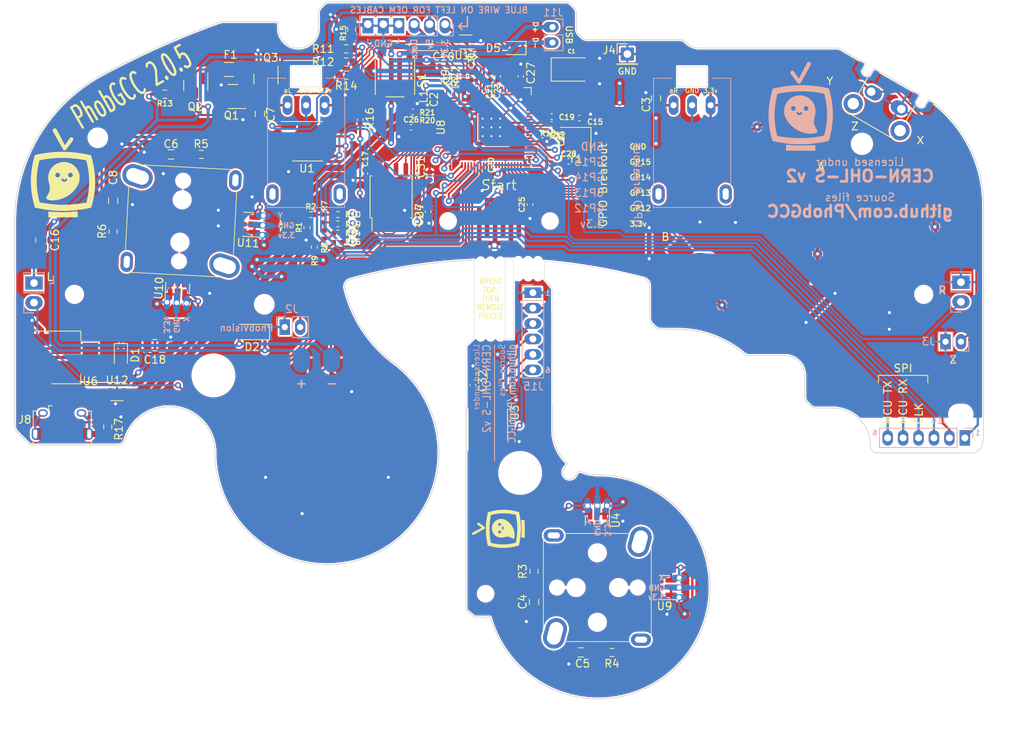
<source format=kicad_pcb>
(kicad_pcb (version 20240108) (generator "pcbnew") (generator_version "8.0")
  (layers (0 "F.Cu" signal) (1 "In1.Cu" signal) (2 "In2.Cu" signal) (31 "B.Cu" signal) (36 "B.SilkS" user "B.Silkscreen") (37 "F.SilkS" user "F.Silkscreen") (38 "B.Mask" user) (39 "F.Mask" user) (44 "Edge.Cuts" user))
  (net 0 "")
  (net 1 "GND")
  (net 2 "+3V3")
  (net 3 "/A")
  (net 4 "/B")
  (net 5 "/X")
  (net 6 "/Y")
  (net 7 "/R")
  (net 8 "/Start")
  (net 9 "/Z")
  (net 10 "/Dleft")
  (net 11 "/Dup")
  (net 12 "/Dright")
  (net 13 "/Ddown")
  (net 14 "/Lanalog")
  (net 15 "/Ranalog")
  (net 16 "/L")
  (net 17 "/Stick_x_filt")
  (net 18 "/Stick_y_filt")
  (net 19 "/Ladder1")
  (net 20 "/Rumble")
  (net 21 "/C_x_filt")
  (net 22 "/C_y_filt")
  (net 23 "/VREG_AVDD")
  (net 24 "Net-(D1-A)")
  (net 25 "Net-(D2-A)")
  (net 26 "/Brake")
  (net 27 "Net-(D5-A)")
  (net 28 "Net-(Q3-D)")
  (net 29 "VCC")
  (net 32 "/XIN")
  (net 33 "Net-(C15-Pad1)")
  (net 34 "+1V1")
  (net 35 "+5V")
  (net 36 "/V")
  (net 37 "/USB_D+")
  (net 38 "/USB_D-")
  (net 39 "/~{USB_BOOT}")
  (net 40 "/QSPI_SS")
  (net 41 "/XOUT")
  (net 42 "/QSPI_SD1")
  (net 43 "/QSPI_SD2")
  (net 44 "/QSPI_SD0")
  (net 45 "/QSPI_SCLK")
  (net 46 "/QSPI_SD3")
  (net 47 "/Ladder2")
  (net 48 "/Ladder3")
  (net 49 "/Ladder4")
  (net 50 "Net-(R1-Pad1)")
  (net 51 "Net-(R10-Pad1)")
  (net 52 "Net-(R19-Pad1)")
  (net 53 "Net-(R24-Pad1)")
  (net 54 "/GPIO12")
  (net 55 "/GPIO13")
  (net 56 "/GPIO14")
  (net 57 "/GPIO15")
  (net 58 "/SWCLK")
  (net 59 "/SWD")
  (net 60 "/RUN")
  (net 61 "/CS2")
  (net 62 "/CLK")
  (net 63 "/Dout")
  (net 64 "/Din")
  (net 65 "/GCC_DATA")
  (net 66 "Net-(J8-Shield)")
  (net 67 "/CS1")
  (net 68 "/H1XS")
  (net 69 "/H1YS")
  (net 70 "/H2YS")
  (net 71 "/H2XS")
  (net 73 "/CLK2")
  (net 74 "/Dout2")
  (net 75 "/Din2")
  (net 76 "/CS2_2")
  (net 77 "/GND_C")
  (net 78 "/USB_D-_Raw")
  (net 79 "/USB_D+_Raw")
  (net 80 "/VREG_LX")
  (net 81 "/GCC_3.3V")
  (net 82 "Net-(Q1-D)")
  (net 83 "Net-(Q1-G)")
  (net 84 "Net-(Q3-G)")
  (net 104 "Net-(U8-USB_DP)")
  (net 105 "Net-(U8-USB_DM)")
  (footprint "PhobGCC_2_0_0_footprints:ABXY_Contact_Omron_Switch_Circley" (layer "F.Cu") (at 152.24 51.08)
    (property "Reference" "SW1" (hide yes))
    (property "Value" "A" (hide yes))
  )
  (footprint "PhobGCC_2_0_0_footprints:ABXY_Contact_Omron_Switch_Circley" (layer "F.Cu") (at 137.04 58.78 41)
    (property "Reference" "SW2" (hide yes))
    (property "Value" "B" (hide yes))
  )
  (footprint "PhobGCC_2_0_0_footprints:Z_Switch_Edge_Omron" (layer "F.Cu") (at 161.141443 35.505 -30)
    (property "Reference" "SW8" (hide yes))
    (property "Value" "Z" (hide yes))
  )
  (footprint "PhobGCC_2_0_0_footprints:Dpad_Contact_TL3315NF_2" (layer "F.Cu") (at 80.74 81.13 180)
    (property "Reference" "SW9" (hide yes))
    (property "Value" "Dleft" (hide yes))
  )
  (footprint "PhobGCC_2_0_0_footprints:Dpad_Contact_TL3315NF_2" (layer "F.Cu") (at 88.69 73.18 -90)
    (property "Reference" "SW10" (hide yes))
    (property "Value" "Dup" (hide yes))
  )
  (footprint "PhobGCC_2_0_0_footprints:Dpad_Contact_TL3315NF_2" (layer "F.Cu") (at 96.64 81.13 180)
    (property "Reference" "SW11" (hide yes))
    (property "Value" "Dright" (hide yes))
  )
  (footprint "PhobGCC_2_0_0_footprints:Dpad_Contact_TL3315NF_2" (layer "F.Cu") (at 88.69 89.08 90)
    (property "Reference" "SW12" (hide yes))
    (property "Value" "Ddown" (hide yes))
  )
  (footprint "PhobGCC_2_0_0_footprints:GCC_Stickbox_Hall_Only" (layer "F.Cu") (at 69.795083 51.128232 177)
    (property "Reference" "U2" (hide yes))
    (property "Value" "Stickbox_Assembly_Main")
  )
  (footprint "PhobGCC_2_0_0_footprints:C_0603_HandSoldering" (layer "F.Cu") (at 80 37.25 -90)
    (property "Reference" "C7")
    (property "Value" "0.047u")
  )
  (footprint "PhobGCC_2_0_0_footprints:C_0603_HandSoldering" (layer "F.Cu") (at 131.318 35.24 90)
    (property "Reference" "C3")
    (property "Value" "0.047u")
  )
  (footprint "PhobGCC_2_0_0_footprints:Start_Contact" (layer "F.Cu") (at 110.99 51.18)
    (property "Reference" "SW5" (hide yes))
    (property "Value" "Start")
  )
  (footprint "PhobGCC_2_0_0_footprints:ABXY_Contact_Omron_Switch_Circley" (layer "F.Cu") (at 148.24 36.98 -63)
    (property "Reference" "SW4" (hide yes))
    (property "Value" "Y" (hide yes))
  )
  (footprint "PhobGCC_2_0_0_footprints:MountingHole_5.2mm" (layer "F.Cu") (at 73.99 71.13)
    (property "Reference" "H1" (hide yes))
    (property "Value" "5.2mm")
  )
  (footprint "PhobGCC_2_0_0_footprints:MountingHole_2.0mm" (layer "F.Cu") (at 55.99 60.63)
    (property "Reference" "H3" (hide yes))
    (property "Value" "2mm")
  )
  (footprint "PhobGCC_2_0_0_footprints:MountingHole_1.8mm" (layer "F.Cu") (at 104.39 51.13)
    (property "Reference" "H5" (hide yes))
    (property "Value" "1.8mm")
  )
  (footprint "PhobGCC_2_0_0_footprints:MountingHole_1.8mm" (layer "F.Cu") (at 117.59 51.13)
    (property "Reference" "H6" (hide yes))
    (property "Value" "1.8mm")
  )
  (footprint "PhobGCC_2_0_0_footprints:MountingHole_2.4mm" (layer "F.Cu") (at 157.99 41.13)
    (property "Reference" "H7" (hide yes))
    (property "Value" "2.4mm")
  )
  (footprint "PhobGCC_2_0_0_footprints:MountingHole_2.0mm" (layer "F.Cu") (at 165.99 60.63)
    (property "Reference" "H4" (hide yes))
    (property "Value" "2mm")
  )
  (footprint "PhobGCC_2_0_0_footprints:MountingHole_2.2mm" (layer "F.Cu") (at 59.006622 40.346621)
    (property "Reference" "H8" (hide yes))
    (property "Value" "2.2mm")
  )
  (footprint "PhobGCC_2_0_0_footprints:ABXY_Contact_Omron_Switch_Circley" (layer "F.Cu") (at 166.54 47.68 12)
    (property "Reference" "SW3" (hide yes))
    (property "Value" "X" (hide yes))
  )
  (footprint "PhobGCC_2_0_0_footprints:Slot" (layer "F.Cu") (at 170.79 76.13)
    (property "Reference" "H2" (hide yes))
    (property "Value" "Slot")
  )
  (footprint "PhobGCC_2_0_0_footprints:MountingHole_2.2mm" (layer "F.Cu") (at 80.573378 61.913378)
    (property "Reference" "H9" (hide yes))
    (property "Value" "2.2mm")
  )
  (footprint "PhobGCC_2_0_0_footprints:Fuse_1206_3216Metric" (layer "F.Cu") (at 76 31.5)
    (property "Reference" "F1")
    (property "Value" "Fuse")
  )
  (footprint "PhobGCC_2_0_0_footprints:R_0603_1608Metric_Pad0.98x0.95mm_HandSolder" (layer "F.Cu") (at 91.19 32.23)
    (property "Reference" "R14")
    (property "Value" "10k")
  )
  (footprint "PhobGCC_2_0_0_footprints:SOIC-8_5.23x5.23mm_P1.27mm" (layer "F.Cu") (at 97 48 90)
    (property "Reference" "U7")
    (property "Value" "W25Q128JVS")
  )
  (footprint "PhobGCC_2_0_0_footprints:R_0402_1005Metric" (layer "F.Cu") (at 90.106 51.5)
    (property "Reference" "R19")
    (property "Value" "316")
  )
  (footprint "PhobGCC_2_0_0_footprints:R_0402_1005Metric" (layer "F.Cu") (at 86.606 50.3 180)
    (property "Reference" "R2")
    (property "Value" "180")
  )
  (footprint "Diode_SMD:D_SOD-323" (layer "F.Cu") (at 112.9792 28.7274 180)
    (property "Reference" "D5")
    (property "Value" "CUS10S30,H3F" (hide yes))
  )
  (footprint "PhobGCC_2_0_0_footprints:C_0402_1005Metric" (layer "F.Cu") (at 93.6 45 -90)
    (property "Reference" "C17")
    (property "Value" "100n")
  )
  (footprint "Capacitor_SMD:C_0402_1005Metric" (layer "F.Cu") (at 105.2 32.4 90)
    (property "Reference" "C9")
    (property "Value" "4.7u")
  )
  (footprint "PhobGCC_2_0_0_footprints:SOT-223-3_TabPin2" (layer "F.Cu") (at 54.9 68.8)
    (property "Reference" "U6")
    (property "Value" "AMS1117-3.3")
  )
  (footprint "PhobGCC_2_0_0_footprints:C_0402_1005Metric" (layer "F.Cu") (at 106.4 32.4 90)
    (property "Reference" "C29")
    (property "Value" "100n")
  )
  (footprint "Library:phobtv_bold_big" (layer "F.Cu") (at 54.5 44.9)
    (property "Reference" "Gphobtvbigback" (hide yes))
    (property "Value" "LOGO" (hide yes))
  )
  (footprint "PhobGCC_2_0_0_footprints:Crystal_SMD_3225-4Pin_3.2x2.5mm" (layer "F.Cu") (at 120.9 40.65 180)
    (property "Reference" "Y1")
    (property "Value" "Crystal_GND24")
  )
  (footprint "PhobGCC_2_0_0_footprints:C_0402_1005Metric" (layer "F.Cu") (at 99.8 37)
    (property "Reference" "R21")
    (property "Value" "27")
  )
  (footprint "Package_TO_SOT_SMD:SOT-666" (layer "F.Cu") (at 106.68 27.94 180)
    (property "Reference" "U13")
    (property "Value" "USBLC6-2P6")
  )
  (footprint "PhobGCC_2_0_0_footprints:R_0402_1005Metric" (layer "F.Cu") (at 88.356 50.8 90)
    (property "Reference" "R7")
    (property "Value" "180")
  )
  (footprint "PhobGCC_2_0_0_footprints:C_0402_1005Metric" (layer "F.Cu") (at 99.8 38)
    (property "Reference" "R20")
    (property "Value" "27")
  )
  (footprint "PhobGCC_2_0_0_footprints:C_0603_HandSoldering" (layer "F.Cu") (at 121.568 107.01 180)
    (property "Reference" "C5")
    (property "Value" "0.047u")
  )
  (footprint "PhobGCC_2_0_0_footprints:SW_TS-1187A-B-A-B" (layer "F.Cu") (at 97.5 32.5 -90)
    (property "Reference" "S1")
    (property "Value" "BOOTSEL")
  )
  (footprint "PhobGCC_2_0_0_footprints:C_0402_1005Metric" (layer "F.Cu") (at 99.6 39 180)
    (property "Reference" "C26")
    (property "Value" "100n")
  )
  (footprint "PhobGCC_2_0_0_footprints:SOT-23" (layer "F.Cu") (at 132.418 98.61 180)
    (property "Reference" "U9")
    (property "Value" "DRV5055A3xDBZxQ1")
  )
  (footprint "Library:phobtv_bold_smol" (layer "F.Cu") (at 110.9 91 90)
    (property "Reference" "Gtvsmallfrontc" (hide yes))
    (property "Value" "LOGO" (hide yes))
  )
  (footprint "PhobGCC_2_0_0_footprints:C_0402_1005Metric" (layer "F.Cu") (at 101.8 49.92 -90)
    (property "Reference" "C24")
    (property "Value" "100n")
  )
  (footprint "PhobGCC_2_0_0_footprints:C_0402_1005Metric" (layer "F.Cu") (at 107.4 32.4 90)
    (property "Reference" "C30")
    (property "Value" "100n")
  )
  (footprint "RP2350_80QFN_minimal:L_pol_2016" (layer "F.Cu") (at 103 35.2 90)
    (property "Reference" "L1")
    (property "Value" "3.3u")
  )
  (footprint "Resistor_SMD:R_0402_1005Metric" (layer "F.Cu") (at 104.2 32.4 -90)
    (property "Reference" "R22")
    (property "Value" "33")
  )
  (footprint "RP2350_80QFN_minimal:C_0402_1005Metric_small_pads" (layer "F.Cu") (at 103.8 31)
    (property "Reference" "C10")
    (property "Value" "4.7u")
  )
  (footprint "Capacitor_Tantalum_SMD:CP_EIA-3528-12_Kemet-T_Pad1.50x2.35mm_HandSolder" (layer "F.Cu") (at 120.375 31.5)
    (property "Reference" "C1")
    (property "Value" "47u" (hide yes))
  )
  (footprint "PhobGCC_2_0_0_footprints:SOT-23" (layer "F.Cu") (at 123.716 89.91 -90)
    (property "Reference" "U4")
    (property "Value" "DRV5055A3xDBZxQ1")
  )
  (footprint "RP2350_80QFN_minimal:C_0402_1005Metric_small_pads" (layer "F.Cu") (at 101.4 35.4 -90)
    (property "Reference" "C2")
    (property "Value" "4.7u")
  )
  (footprint "PhobGCC_2_0_0_footprints:R_0402_1005Metric" (layer "F.Cu") (at 90.106 50.3)
    (property "Reference" "R10")
    (property "Value" "316")
  )
  (footprint "PhobGCC_2_0_0_footprints:C_0402_1005Metric" (layer "F.Cu") (at 118 40.4 -90)
    (property "Reference" "C14")
    (property "Value" "27p")
  )
  (footprint "PhobGCC_2_0_0_footprints:C_0402_1005Metric" (layer "F.Cu") (at 107.5944 72.3646 90)
    (property "Reference" "C32")
    (property "Value" "100n")
  )
  (footprint "PhobGCC_2_0_0_footprints:R_0402_1005Metric" (layer "F.Cu") (at 87.056 54.5 90)
    (property "Reference" "R9")
    (property "Value" "180")
  )
  (footprint "PhobGCC_2_0_0_footprints:C_0805_2012Metric" (layer "F.Cu") (at 51.7 53.6 -90)
    (property "Reference" "C16")
    (property "Value" "10u")
  )
  (footprint "PhobGCC_2_0_0_footprints:R_0402_1005Metric" (layer "F.Cu") (at 86.106 52 -90)
    (property "Reference" "R1")
    (property "Value" "180")
  )
  (footprint "PhobGCC_2_0_0_footprints:SOIC-8_3.9x4.9mm_P1.27mm" (layer "F.Cu") (at 109.518 77.41 90)
    (property "Reference" "U3")
    (property "Value" "MCP3202")
  )
  (footprint "PhobGCC_2_0_0_footprints:C_0402_1005Metric" (layer "F.Cu") (at 116.6 40)
    (property "Reference" "C22")
    (property "Value" "100n")
  )
  (footprint "RP2350_80QFN_minimal:RP2350-QFN-80-1EP_10x10_P0.4mm_EP3.4x3.4mm_ThermalVias" (layer "F.Cu") (at 110 39 90)
    (property "Reference" "U8")
    (property "Value" "RP2350")
  )
  (footprint "PhobGCC_2_0_0_footprints:C_0402_1005Metric" (layer "F.Cu") (at 110 45.8 -90)
    (property "Reference" "C20")
    (property "Value" "100n")
  )
  (footprint "PhobGCC_2_0_0_footprints:SOT-23" (layer "F.Cu") (at 80.79 32.75 -90)
    (property "Reference" "Q3")
    (property "Value" "Q_NMOS_GSD")
  )
  (footprint "PhobGCC_2_0_0_footprints:R_0402_1005Metric" (layer "F.Cu") (at 90.106 53.9)
    (property "Reference" "R25")
    (property "Value" "316")
  )
  (footprint "PhobGCC_2_0_0_footprints:R_0603_1608Metric_Pad0.98x0.95mm_HandSolder" (layer "F.Cu") (at 67.7 34.7 180)
    (property "Reference" "R13")
    (property "Value" "10k")
  )
  (footprint "PhobGCC_2_0_0_footprints:PinHeader_1x01_P2.54mm_Vertical" (layer "F.Cu") (at 127.6 29.5)
    (property "Reference" "J4")
    (property "Value" "Conn_01x01")
  )
  (footprint "PhobGCC_2_0_0_footprints:C_0603_HandSoldering" (layer "F.Cu") (at 115.518 100.46 -90)
    (property "Reference" "C4")
    (property "Value" "0.047u")
  )
  (footprint "PhobGCC_2_0_0_footprints:breakaway-mousebites-double-v2-small" (layer "F.Cu") (at 114.5272 56.049325 180)
    (property "Reference" "H14" (hide yes))
    (property "Value" "MouseBite" (hide yes))
  )
  (footprint "PhobGCC_2_0_0_footprints:C_0603_HandSoldering" (layer "F.Cu") (at 68.5 42.5 180)
    (property "Reference" "C6")
    (property "Value" "0.047u")
  )
  (footprint "PhobGCC_2_0_0_footprints:C_0402_1005Metric" (layer "F.Cu") (at 102 45.28 -90)
    (property "Reference" "C31")
    (property "Value" "100n")
  )
  (footprint "PhobGCC_2_0_0_footprints:R_0603_1608Metric_Pad0.98x0.95mm_HandSolder" (layer "F.Cu") (at 91.9 26.3 -90)
    (property "Reference" "R15")
    (property "Value" "10k")
  )
  (footprint "PhobGCC_2_0_0_footprints:R_0603_1608Metric_Pad0.98x0.95mm_HandSolder" (layer "F.Cu") (at 115.518 96.51 90)
    (property "Reference" "R3")
    (property "Value" "2k")
  )
  (footprint "PhobGCC_2_0_0_footprints:C_0402_1005Metric" (layer "F.Cu") (at 117.8 38.6)
    (property "Reference" "R18")
    (property "Value" "1k")
  )
  (footprint "PhobGCC_2_0_0_footprints:R_0402_1005Metric" (layer "F.Cu") (at 90.106 52.7)
    (property "Reference" "R24")
    (property "Value" "316")
  )
  (footprint "PhobGCC_2_0_0_footprints:SOT-23" (layer "F.Cu") (at 78.475 51.575 177)
    (property "Reference" "U11")
    (property "Value" "DRV5055A3xDBZxQ1")
  )
  (footprint "PhobGCC_2_0_0_footprints:GCC_Stickbox_Hall_Only" (layer "F.Cu") (at 123.719 98.604552 -90)
    (property "Reference" "U5" (hide yes))
    (property "Value" "Stickbox_Assembly_CStick")
  )
  (footprint "PhobGCC_2_0_0_footprints:SOT-23" (layer "F.Cu") (at 69.350935 59.811215 87)
    (property "Reference" "U10")
    (property "Value" "DRV5055A3xDBZxQ1")
  )
  (footprint "PhobGCC_2_0_0_footprints:R_0603_1608Metric_Pad0.98x0.95mm_HandSolder" (layer "F.Cu") (at 125.6055 107.01)
    (property "Reference" "R4")
    (property "Value" "2k")
  )
  (footprint "Package_TO_SOT_SMD:SOT-666" (layer "F.Cu") (at 61.5 73.5)
    (property "Reference" "U12")
    (property "Value" "USBLC6-2P6")
  )
  (footprint "PhobGCC_2_0_0_footprints:breakaway-mousebites-double-v2-large" (layer "F.Cu") (at 110.1104 62.67685)
    (property "Reference" "H15" (hide yes))
    (property "Value" "MouseBite" (hide yes))
  )
  (footprint "PhobGCC_2_0_0_footprints:R_0603_1608Metric_Pad0.98x0.95mm_HandSolder" (layer "F.Cu") (at 61 52.5 -90)
    (property "Reference" "R6")
    (property "Value" "2k")
  )
  (footprint "Diode_SMD:D_SOD-323" (layer "F.Cu") (at 62 68.5 -90)
    (property "Reference" "D1")
    (property "Value" "CUS10S30,H3F")
  )
  (footprint "PhobGCC_2_0_0_footprints:MountingHole_5.2mm" (layer "F.Cu") (at 113.719 83.754552 90)
    (property "Reference" "H11" (hide yes))
    (property "Value" "MountingHole")
  )
  (footprint "PhobGCC_2_0_0_footprints:R_0402_1005Metric" (layer "F.Cu") (at 88.356 52.9 90)
    (property "Reference" "R8")
    (property "Value" "180")
  )
  (footprint "PhobGCC_2_0_0_footprints:C_0402_1005Metric" (layer "F.Cu") (at 120 43.4)
    (property "Reference" "C28")
    (property "Value" "100n")
  )
  (footprint "PhobGCC_2_0_0_footprints:C_0402_1005Metric" (layer "F.Cu") (at 109.8 32.4 90)
    (property "Reference" "C21")
    (property "Value" "4.7u")
  )
  (footprint "PhobGCC_2_0_0_footprints:SOT-23" (layer "F.Cu") (at 76.5 35 180)
    (property "Reference" "Q1")
    (property "Value" "Q_NMOS_GSD")
  )
  (footprint "Resistor_SMD:R_0603_1608Metric_Pad0.98x0.95mm_HandSolder" (layer "F.Cu") (at 60.3 77.8 90)
    (property "Reference" "R17")
    (property "Value" "100k")
  )
  (footprint "PhobGCC_2_0_0_footprints:C_0402_1005Metric" (layer "F.Cu") (at 93 38 90)
    (property "Reference" "R16")
    (property "Value" "1k")
  )
  (footprint "PhobGCC_2_0_0_footprints:C_0402_1005Metric" (layer "F.Cu") (at 121.4 37.8)
    (property "Reference" "C15")
    (property "Value" "27p")
  )
  (footprint "PhobGCC_2_0_0_footprints:D_SOD-123" (layer "F.Cu") (at 79 65.51 180)
    (property "Reference" "D2")
    (property "Value" "M7C")
  )
  (footprint "PhobGCC_2_0_0_footprints:C_0402_1005Metric" (layer "F.Cu") (at 110.8 32.4 90)
    (property "Reference" "C23")
    (property "Value" "1u")
  )
  (footprint "PhobGCC_2_0_0_footprints:MountingHole_2.0mm" (layer "F.Cu") (at 123.719 94.104552 90)
    (property "Reference" "H13" (hide yes))
    (property "Value" "MountingHole")
  )
  (footprint "PhobGCC_2_0_0_footprints:USB_Micro-B_Amphenol_10118194_Horizontal" (layer "F.Cu") (at 54.4 77.4)
    (property "Reference" "J8")
    (property "Value" "USB_B_Micro")
  )
  (footprint "PhobGCC_2_0_0_footprints:R_0603_1608Metric_Pad0.98x0.95mm_HandSolder" (layer "F.Cu") (at 91.19 28.83 180)
    (property "Reference" "R11")
    (property "Value" "100R")
  )
  (footprint "PhobGCC_2_0_0_footprints:C_0402_1005Metric" (layer "F.Cu") (at 115 49 -90)
    (property "Reference" "C25")
    (property "Value" "100n")
  )
  (footprint "PhobGCC_2_0_0_footprints:R_0603_1608Metric_Pad0.98x0.95mm_HandSolder" (layer "F.Cu") (at 72.4125 42.5)
    (property "Reference" "R5")
    (property "Value" "2k")
  )
  (footprint "PhobGCC_2_0_0_footprints:MountingHole_2.0mm" (layer "F.Cu") (at 123.719 103.104552 90)
    (property "Reference" "H12" (hide yes))
    (property "Value" "MountingHole")
  )
  (footprint "PhobGCC_2_0_0_footprints:SOIC-8_3.9x4.9mm_P1.27mm" (layer "F.Cu") (at 86.2 40.8)
    (property "Reference" "U1")
    (property "Value" "MCP3202")
  )
  (footprint "PhobGCC_2_0_0_footprints:MountingHole_1.8mm" (layer "F.Cu") (at 109.244 99.404552 90)
    (property "Reference" "H10" (hide yes))
    (property "Value" "MountingHole")
  )
  (footprint "PhobGCC_2_0_0_footprints:C_0603_HandSoldering" (layer "F.Cu") (at 61 48.5 90)
    (property "Reference" "C8")
    (property "Value" "0.047u")
  )
  (footprint "PhobGCC_2_0_0_footprints:C_0402_1005Metric" (layer "F.Cu") (at 113.8 32.4 90)
    (property "Reference" "C27")
    (property "Value" "100n")
  )
  (footprint "PhobGCC_2_0_0_footprints:C_0805_2012Metric" (layer "F.Cu") (at 66.4 67.2)
    (property "Reference" "C18")
    (property "Value" "10u")
  )
  (footprint "PhobGCC_2_0_0_footprints:SOT-23" (layer "F.Cu") (at 71.7 33.6 -90)
    (property "Reference" "Q2")
    (property "Value" "Q_PMOS_GDS")
  )
  (footprint "PhobGCC_2_0_0_footprints:R_0603_1608Metric_Pad0.98x0.95mm_HandSolder" (layer "F.Cu") (at 91.19 30.53 180)
    (property "Reference" "R12")
    (property "Value" "100R")
  )
  (footprint "PhobGCC_2_0_0_footprints:C_0402_1005Metric" (layer "F.Cu") (at 117.8 37.6)
    (property "Reference" "C19")
    (property "Value" "100n")
  )
  (footprint "PhobGCC_2_0_0_footprints:Pin_Header_Straight_1x02_Pitch2.54mm" (layer "B.Cu") (at 50.745892 61.699074)
    (property "Reference" "SW6" (hide yes))
    (property "Value" "L" (hide yes))
  )
  (footprint "PhobGCC_2_0_0_footprints:Pin_Header_Straight_1x02_Pitch2.54mm" (layer "B.Cu") (at 170.815 61.595)
    (property "Reference" "SW7" (hide yes))
    (property "Value" "R" (hide yes))
  )
  (footprint "PhobGCC_2_0_0_footprints:GCC_Slider" (layer "B.Cu") (at 135.99 36.13 180)
    (property "Reference" "RV2" (hide yes))
    (property "Value" "R_POT_MountingPin")
  )
  (footprint "PhobGCC_2_0_0_footprints:GCC_Slider" (layer "B.Cu") (at 85.99 36.13 180)
    (property "Reference" "RV1" (hide yes))
    (property "Value" "R_POT_MountingPin")
  )
  (footprint "PhobGCC_2_0_0_footprints:GCC_Header_Straight_1x06_Pitch2.00mm" (layer "B.Cu") (at 103.99 25.63 90)
    (property "Reference" "J1" (hide yes))
    (property "Value" "Conn_01x06_Female")
  )
  (footprint "PhobGCC_2_0_0_footprints:PinHeader_1x02_P2.00mm_Horizontal" (layer "B.Cu") (at 168.815 66.761 -90)
    (property "Reference" "J3")
    (property "Value" "Conn_01x02")
  )
  (footprint "PhobGCC_2_0_0_footprints:PinSocket_1x06_P2.00mm_Vertical" (layer "B.Cu") (at 115.3668 60.41 180)
    (property "Reference" "J15")
    (property "Value" "Conn_01x06")
  )
  (footprint "PhobGCC_2_0_0_footprints:rumble_pins" (layer "B.Cu") (at 86.182 69.118 -90)
    (property "Reference" "J5" (hide yes))
    (property "Value" "Rumble" (hide yes))
  )
  (footprint "PhobGCC_2_0_0_footprints:PinSocket_1x06_P2.00mm_Vertical" (layer "B.Cu") (at 171.3192 79.2226 90)
    (property "Reference" "J14")
    (property "Value" "Conn_01x06")
  )
  (footprint "Library:phobtv_bold_big" (layer "B.Cu") (at 150.0632 36.2712 180)
    (property "Reference" "Gphobtvbigback" (hide yes))
    (property "Value" "LOGO" (hide yes))
  )
  (footprint "PhobGCC_2_0_0_footprints:PinHeader_1x02_P2.00mm_Vertical" (layer "B.Cu") (at 117.91 26.01 180)
    (property "Reference" "J11")
    (property "Value" "Conn_01x02")
  )
  (footprint "PhobGCC_2_0_0_footprints:PinHeader_1x02_P2.00mm_Vertical" (layer "B.Cu") (at 83.2264 64.8716 -90)
    (property "Reference" "J2")
    (property "Value" "Conn_01x02")
  )
  (gr_line (start 106.172 26.3144) (end 105.7656 25.908) (stroke (width 0.2)) (layer "B.SilkS"))
  (gr_line (start 106.8832 24.6888) (end 106.8832 25.908) (stroke (width 0.2)) (layer "B.SilkS"))
  (gr_line (start 94.5388 28.0416) (end 93.98 28.0416) (stroke (width 0.12)) (layer "B.SilkS"))
  (gr_line (start 97.536 28.0416) (end 97.9932 28.0416) (stroke (width 0.12)) (layer "B.SilkS"))
  (gr_line (start 110.4 67.2) (end 110.4 82.2368) (stroke (width 0.12)) (layer "B.SilkS"))
  (gr_line (start 97.9932 28.0416) (end 97.9932 27.5336) (stroke (width 0.12)) (layer "B.SilkS"))
  (gr_line (start 105.7656 25.908) (end 106.172 25.5016) (stroke (width 0.2)) (layer "B.SilkS"))
  (gr_line (start 106.8832 25.908) (end 105.7656 25.908) (stroke (width 0.2)) (layer "B.SilkS"))
  (gr_line (start 93.98 28.0416) (end 93.98 27.5336) (stroke (width 0.12)) (layer "B.SilkS"))
  (gr_line (start 160.1216 71.12) (end 160.1216 72.0852) (stroke (width 0.12)) (layer "F.SilkS"))
  (gr_line (start 166.5224 71.12) (end 166.5224 72.0852) (stroke (width 0.12)) (layer "F.SilkS"))
  (gr_line (start 160.1216 71.12) (end 166.5224 71.12) (stroke (width 0.12)) (layer "F.SilkS"))
  (gr_line (start 84.09 33.73) (end 84.09 31.13) (stroke (width 0.05)) (layer "Edge.Cuts"))
  (gr_line (start 134.09 33.73) (end 134.09 31.13) (stroke (width 0.05)) (layer "Edge.Cuts"))
  (gr_line (start 112.86 66.399391) (end 112.8618 56.326618) (stroke (width 0.05)) (layer "Edge.Cuts"))
  (gr_line (start 160.035421 81.176124) (end 172.317318 81.176124) (stroke (width 0.1)) (layer "Edge.Cuts"))
  (gr_line (start 165.087895 35.462132) (end 165.486672 34.768607) (stroke (width 0.1)) (layer "Edge.Cuts"))
  (gr_arc (start 50.663 80.14) (mid 50.279398 80.062098) (end 49.954213 79.844213) (stroke (width 0.1)) (layer "Edge.Cuts"))
  (gr_line (start 51.645 80.139957) (end 50.663 80.14) (stroke (width 0.1)) (layer "Edge.Cuts"))
  (gr_line (start 119.842883 82.558942) (end 119.376378 83.178617) (stroke (width 0.1)) (layer "Edge.Cuts"))
  (gr_line (start 150.597106 71.137107) (end 150.597106 73.922893) (stroke (width 0.1)) (layer "Edge.Cuts"))
  (gr_line (start 152.011319 75.337107) (end 154.134915 75.337107) (stroke (width 0.1)) (layer "Edge.Cuts"))
  (gr_line (start 158.464731 30.730991) (end 155.228573 28.8702) (stroke (width 0.1)) (layer "Edge.Cuts"))
  (gr_arc (start 166.214873 36.110144) (mid 165.327396 36.349596) (end 165.087895 35.462132) (stroke (width 0.1)) (layer "Edge.Cuts"))
  (gr_line (start 134.09 31.13) (end 137.89 31.13) (stroke (width 0.05)) (layer "Edge.Cuts"))
  (gr_arc (start 48.247105 51.137105) (mid 51.28857 40.099145) (end 59.554446 32.176874) (stroke (width 0.1)) (layer "Edge.Cuts"))
  (gr_line (start 173.024425 80.883231) (end 173.438638 80.469018) (stroke (width 0.1)) (layer "Edge.Cuts"))
  (gr_line (start 159.591709 31.379003) (end 159.192932 32.072529) (stroke (width 0.1)) (layer "Edge.Cuts"))
  (gr_line (start 87.89 33.73) (end 84.09 33.73) (stroke (width 0.05)) (layer "Edge.Cuts"))
  (gr_line (start 106.7054 67.308) (end 107.7722 66.292) (stroke (width 0.05)) (layer "Edge.Cuts"))
  (gr_arc (start 129.749616 58.543703) (mid 130.288467 58.899951) (end 130.497106 59.511297) (stroke (width 0.1)) (layer "Edge.Cuts"))
  (gr_line (start 106.715107 101.504552) (end 107.824 102.423717) (stroke (width 0.1)) (layer "Edge.Cuts"))
  (gr_arc (start 90.998864 59.88648) (mid 91.110473 59.140878) (end 91.710992 58.685076) (stroke (width 0.1)) (layer "Edge.Cuts"))
  (gr_arc (start 87.597106 26.137107) (mid 84.997106 28.737107) (end 82.397106 26.137107) (stroke (width 0.1)) (layer "Edge.Cuts"))
  (gr_line (start 87.597106 24.180963) (end 87.597106 26.137107) (stroke (width 0.1)) (layer "Edge.Cuts"))
  (gr_arc (start 87.597106 24.180963) (mid 87.67324 23.798285) (end 87.889999 23.473856) (stroke (width 0.1)) (layer "Edge.Cuts"))
  (gr_arc (start 116.8618 56.326618) (mid 123.353576 57.156903) (end 129.749616 58.543702) (stroke (width 0.05)) (layer "Edge.Cuts"))
  (gr_line (start 166.997106 35.637107) (end 166.61365 35.41662) (stroke (width 0.1)) (layer "Edge.Cuts"))
  (gr_arc (start 131.911318 65.137107) (mid 131.528632 65.060994) (end 131.204212 64.844213) (stroke (width 0.1)) (layer "Edge.Cuts"))
  (gr_arc (start 136.997106 28.737107) (mid 135.981533 28.530562) (end 135.127319 27.943733) (stroke (width 0.1)) (layer "Edge.Cuts"))
  (gr_arc (start 123.824 84.023717) (mid 122.552653 83.885186) (end 121.341069 83.475824) (stroke (width 0.1)) (layer "Edge.Cuts"))
  (gr_line (start 120.874563 84.176335) (end 121.341069 83.475824) (stroke (width 0.1)) (layer "Edge.Cuts"))
  (gr_line (start 130.789999 64.43) (end 131.204212 64.844213) (stroke (width 0.1)) (layer "Edge.Cuts"))
  (gr_line (start 106.718 82.260552) (end 106.717957 82.882552) (stroke (width 0.1)) (layer "Edge.Cuts"))
  (gr_line (start 48.247107 60.692) (end 48.247 51.137105) (stroke (width 0.1)) (layer "Edge.Cuts"))
  (gr_line (start 159.064982 79.503773) (end 159.049408 80.34279) (stroke (width 0.1)) (layer "Edge.Cuts"))
  (gr_line (start 106.717957 92.183552) (end 106.715107 101.504552) (stroke (width 0.1)) (layer "Edge.Cuts"))
  (gr_arc (start 120.704213 23.473856) (mid 120.920996 23.798275) (end 120.997106 24.180963) (stroke (width 0.1)) (layer "Edge.Cuts"))
  (gr_line (start 150.889999 74.63) (end 151.304212 75.044213) (stroke (width 0.1)) (layer "Edge.Cuts"))
  (gr_line (start 111.7788 66.400609) (end 111.7788 56.03) (stroke (width 0.05)) (layer "Edge.Cuts"))
  (gr_line (start 117.924 78.123717) (end 117.924 74.923717) (stroke (width 0.1)) (layer "Edge.Cuts"))
  (gr_arc (start 166.997106 35.637107) (mid 171.965561 41.590379) (end 173.747106 49.137107) (stroke (width 0.1)) (layer "Edge.Cuts"))
  (gr_arc (start 74.833548 25.368395) (mid 74.999242 25.3248) (end 75.169945 25.310115) (stroke (width 0.1)) (layer "Edge.Cuts"))
  (gr_line (start 88.304212 23.059643) (end 87.889999 23.473856) (stroke (width 0.1)) (layer "Edge.Cuts"))
  (gr_line (start 112.8618 56.03) (end 112.8618 56.326618) (stroke (width 0.05)) (layer "Edge.Cuts"))
  (gr_arc (start 133.997106 65.137106) (mid 138.639987 65.953411) (end 142.725996 68.304417) (stroke (width 0.1)) (layer "Edge.Cuts"))
  (gr_arc (start 143.367271 68.537106) (mid 143.026181 68.477126) (end 142.725996 68.304417) (stroke (width 0.1)) (layer "Edge.Cuts"))
  (gr_line (start 166.61365 35.41662) (end 166.214873 36.110145) (stroke (width 0.1)) (layer "Edge.Cuts"))
  (gr_line (start 60.946 80.139957) (end 51.645 80.139957) (stroke (width 0.1)) (layer "Edge.Cuts"))
  (gr_line (start 137.89 31.13) (end 137.89 33.73) (stroke (width 0.05)) (layer "Edge.Cuts"))
  (gr_line (start 120.997106 26.224375) (end 120.997106 24.180963) (stroke (width 0.1)) (layer "Edge.Cuts"))
  (gr_arc (start 122.411319 27.638589) (mid 122.028633 27.562474) (end 121.704212 27.345696) (stroke (width 0.1)) (layer "Edge.Cuts"))
  (gr_line (start 82.397106 25.310115) (end 75.169945 25.310115) (stroke (width 0.1)) (layer "Edge.Cuts"))
  (gr_line (start 120.704212 23.473856) (end 120.289999 23.059643) (stroke (width 0.1)) (layer "Edge.Cuts"))
  (gr_arc (start 62.525292 79.424399) (mid 69.101063 75.238705) (end 74.197105 81.137107) (stroke (width 0.1)) (layer "Edge.Cuts"))
  (gr_line (start 84.09 31.13) (end 87.89 31.13) (stroke (width 0.05)) (layer "Edge.Cuts"))
  (gr_arc (start 154.134914 75.337106) (mid 157.362394 76.518301) (end 159.064982 79.503773) (stroke (width 0.1)) (layer "Edge.Cuts"))
  (gr_line (start 165.486672 34.768607) (end 159.591709 31.379003) (stroke (width 0.1)) (layer "Edge.Cuts"))
  (gr_arc (start 121.289999 26.931482) (mid 121.073232 26.607056) (end 120.997106 26.224375) (stroke (width 0.1)) (layer "Edge.Cuts"))
  (gr_line (start 130.497106 59.511297) (end 130.497106 63.722893) (stroke (width 0.1)) (layer "Edge.Cuts"))
  (gr_line (start 48.247107 60.692) (end 48.247107 76.664) (stroke (width 0.1)) (layer "Edge.Cuts"))
  (gr_arc (start 97.361544 69.510519) (mid 95.201553 94.096358) (end 74.197105 81.137107) (stroke (width 0.1)) (layer "Edge.Cuts"))
  (gr_line (start 111.7788 66.400609) (end 112.86 66.399391) (stroke (width 0.05)) (layer "Edge.Cuts"))
  (gr_arc (start 88.304212 23.059642) (mid 88.628634 22.842865) (end 89.011319 22.766749) (stroke (width 0.1)) (layer "Edge.Cuts"))
  (gr_line (start 82.397106 26.137107) (end 82.397106 25.310115) (stroke (width 0.1)) (layer "Edge.Cuts"))
  (gr_line (start 107.824 102.423717) (end 109.858328 102.423717) (stroke (width 0.1)) (layer "Edge.Cuts"))
  (gr_arc (start 152.011318 75.337107) (mid 151.628632 75.260994) (end 151.304212 75.044213) (stroke (width 0.1)) (layer "Edge.Cuts"))
  (gr_line (start 134.40817 27.638589) (end 122.411319 27.638589) (stroke (width 0.1)) (layer "Edge.Cuts"))
  (gr_line (start 117.924 63.695835) (end 117.9068 59.8932) (stroke (width 0.05)) (layer "Edge.Cuts"))
  (gr_arc (start 59.554445 32.176874) (mid 67.06439 28.481781) (end 74.833548 25.368394) (stroke (width 0.1)) (layer "Edge.Cuts"))
  (gr_line (start 173.747106 78.922893) (end 173.747106 49.137107) (stroke (width 0.1)) (layer "Edge.Cuts"))
  (gr_arc (start 150.889999 74.63) (mid 150.673227 74.305576) (end 150.597106 73.922893) (stroke (width 0.1)) (layer "Edge.Cuts"))
  (gr_line (start 117.9068 59.8932) (end 116.8618 58.645093) (stroke (width 0.05)) (layer "Edge.Cuts"))
  (gr_arc (start 160.03542 81.176124) (mid 159.389924 80.939885) (end 159.049408 80.34279) (stroke (width 0.1)) (layer "Edge.Cuts"))
  (gr_line (start 119.582892 22.766749) (end 89.011319 22.766749) (stroke (width 0.1)) (layer "Edge.Cuts"))
  (gr_line (start 154.730102 28.737107) (end 136.997106 28.737107) (stroke (width 0.1)) (layer "Edge.Cuts"))
  (gr_line (start 87.89 31.13) (end 87.89 33.73) (stroke (width 0.05)) (layer "Edge.Cuts"))
  (gr_line (start 48.54 78.43) (end 49.954213 79.844213) (stroke (width 0.1)) (layer "Edge.Cuts"))
  (gr_line (start 158.065954 31.424516) (end 158.464731 30.730991) (stroke (width 0.1)) (layer "Edge.Cuts"))
  (gr_arc (start 159.192932 32.072528) (mid 158.305412 32.312055) (end 158.065954 31.424516) (stroke (width 0.1)) (layer "Edge.Cuts"))
  (gr_arc (start 91.710992 58.685076) (mid 99.669286 56.966979) (end 107.773266 56.1848) (stroke (width 0.1)) (layer "Edge.Cuts"))
  (gr_line (start 111.7788 56.03) (end 112.8618 56.03) (stroke (width 0.05)) (layer "Edge.Cuts"))
  (gr_line (start 137.89 33.73) (end 134.09 33.73) (stroke (width 0.05)) (layer "Edge.Cuts"))
  (gr_arc (start 173.024425 80.883231) (mid 172.7 81.1) (end 172.317318 81.176124) (stroke (width 0.1)) (layer "Edge.Cuts"))
  (gr_line (start 117.924 74.923717) (end 117.924 63.695835) (stroke (width 0.05)) (layer "Edge.Cuts"))
  (gr_line (start 106.717957 82.882552) (end 106.717957 92.183552) (stroke (width 0.1)) (layer "Edge.Cuts"))
  (gr_arc (start 173.747106 78.922894) (mid 173.669241 79.711192) (end 173.438638 80.469017) (stroke (width 0.1)) (layer "Edge.Cuts"))
  (gr_arc (start 119.582893 22.766749) (mid 119.965576 22.84287) (end 120.289999 23.059643) (stroke (width 0.1)) (layer "Edge.Cuts"))
  (gr_arc (start 97.361543 69.510519) (mid 93.338817 65.254761) (end 90.998865 59.886481) (stroke (width 0.1)) (layer "Edge.Cuts"))
  (gr_arc (start 147.997106 68.537107) (mid 149.835579 69.298634) (end 150.597106 71.137107) (stroke (width 0.1)) (layer "Edge.Cuts"))
  (gr_line (start 116.8618 56.326618) (end 116.8618 58.645093) (stroke (width 0.05)) (layer "Edge.Cuts"))
  (gr_arc (start 120.874563 84.176335) (mid 119.62663 84.426541) (end 119.376378 83.178617) (stroke (width 0.1)) (layer "Edge.Cuts"))
  (gr_line (start 48.247107 76.664) (end 48.247 77.722893) (stroke (width 0.1)) (layer "Edge.Cuts"))
  (gr_arc (start 134.40817 27.638589) (mid 134.79878 27.718019) (end 135.127319 27.943733) (stroke (width 0.1)) (layer "Edge.Cuts"))
  (gr_arc (start 123.824 84.023717) (mid 135.374437 107.290544) (end 109.858328 102.423717) (stroke (width 0.1)) (layer "Edge.Cuts"))
  (gr_line (start 106.718 82.260552) (end 106.718 75.005) (stroke (width 0.1)) (layer "Edge.Cuts"))
  (gr_line (start 61.57 80.14) (end 60.946 80.139957) (stroke (width 0.1)) (layer "Edge.Cuts"))
  (gr_arc (start 154.730102 28.737106) (mid 154.988068 28.770953) (end 155.228573 28.8702) (stroke (width 0.1)) (layer "Edge.Cuts"))
  (gr_line (start 121.704212 27.345696) (end 121.289999 26.931482) (stroke (width 0.1)) (layer "Edge.Cuts"))
  (gr_arc (start 62.525291 79.424399) (mid 62.165506 79.939537) (end 61.57 80.14) (stroke (width 0.1)) (layer "Edge.Cuts"))
  (gr_line (start 106.718 75.005) (end 106.7054 67.308) (stroke (width 0.05)) (layer "Edge.Cuts"))
  (gr_line (start 107.7722 66.292) (end 107.773266 56.1848) (stroke (width 0.05)) (layer "Edge.Cuts"))
  (gr_line (start 143.367271 68.537107) (end 147.997106 68.537107) (stroke (width 0.1)) (layer "Edge.Cuts"))
  (gr_arc (start 119.842883 82.558942) (mid 118.408321 80.546889) (end 117.924 78.123717) (stroke (width 0.1)) (layer "Edge.Cuts"))
  (gr_arc (start 130.789999 64.43) (mid 130.573227 64.105576) (end 130.497106 63.722893) (stroke (width 0.1)) (layer "Edge.Cuts"))
  (gr_arc (start 48.539999 78.43) (mid 48.323203 78.105575) (end 48.247 77.722893) (stroke (width 0.1)) (layer "Edge.Cuts"))
  (gr_line (start 131.911319 65.137107) (end 133.997106 65.137107) (stroke (width 0.1)) (layer "Edge.Cuts"))
  (gr_text "X" (at 132.4864 97.3328 0) (layer "B.SilkS") (effects (font (size 0.7 0.7)) (justify left mirror)))
  (gr_text "github.com/PhobGCC" (at 157.734 49.8856 0) (layer "B.SilkS") (effects (font (size 1.5 1.5) (thickness 0.35)) (justify mirror)))
  (gr_text "github.com/PhobGCC" (at 112.6352 66.9968 90) (layer "B.SilkS") (effects (font (size 1 0.8)) (justify left mirror)))
  (gr_text "R" (at 168.402 60.0964 0) (layer "B.SilkS") (effects (font (size 1 1)) (justify mirror)))
  (gr_text "Source files" (at 111.3652 66.9968 90) (layer "B.SilkS") (effects (font (size 0.75 0.75) (thickness 0.1)) (justify left mirror)))
  (gr_text "PhobVision" (at 78.2828 64.9732 0) (layer "B.SilkS") (effects (font (size 0.85 0.85)) (justify mirror)))
  (gr_text "6" (at 159.6644 78.5368 0) (layer "B.SilkS") (effects (font (size 0.65 0.65)) (justify mirror)))
  (gr_text "Data" (at 99.9744 27.432 90) (layer "B.SilkS") (effects (font (size 0.8 0.8)) (justify left mirror)))
  (gr_text "3.3v" (at 103.9876 27.432 90) (layer "B.SilkS") (effects (font (size 0.8 0.8)) (justify left mirror)))
  (gr_text "3.3v" (at 67.9196 63.3984 270) (layer "B.SilkS") (effects (font (size 0.7 0.7)) (justify right mirror)))
  (gr_text "GP12" (at 124.714 49.4792 0) (layer "B.SilkS") (effects (font (size 1 1)) (justify left mirror)))
  (gr_text "3.3v" (at 82.2452 52.9844 0) (layer "B.SilkS") (effects (font (size 0.7 0.7)) (justify right mirror)))
  (gr_text "CERN-OHL-S v2" (at 109.384 66.9968 90) (layer "B.SilkS") (effects (font (size 1 0.9)) (justify left mirror)))
  (gr_text "3.3v" (at 124.714 51.5112 0) (layer "B.SilkS") (effects (font (size 1 1)) (justify left mirror)))
  (gr_text "GP14" (at 124.714 45.466 0) (layer "B.SilkS") (effects (font (size 1 1)) (justify left mirror)))
  (gr_text "GND" (at 123.698 89.7128 270) (layer "B.SilkS") (effects (font (size 0.7 0.7)) (justify right mirror)))
  (gr_text "L" (at 53.086 58.7756 0) (layer "B.SilkS") (effects (font (size 1 1)) (justify mirror)))
  (gr_text "GND" (at 82.2452 51.7144 0) (layer "B.SilkS") (effects (font (size 0.7 0.7)) (justify right mirror)))
  (gr_text "3.3v" (at 125.0188 89.7128 270) (layer "B.SilkS") (effects (font (size 0.7 0.7)) (justify right mirror)))
  (gr_text "GND" (at 132.588 98.6536 0) (layer "B.SilkS") (effects (font (size 0.7 0.7)) (justify left mirror)))
  (gr_text "GND" (at 124.714 41.5 0) (layer "B.SilkS") (effects (font (size 1 1)) (justify left mirror)))
  (gr_text "6" (at 117.2972 70.4596 0) (layer "B.SilkS") (effects (font (size 0.65 0.65)) (justify mirror)))
  (gr_text "Licensed under" (at 157.734 43.4848 0) (layer "B.SilkS") (effects (font (size 1 1)) (justify mirror)))
  (gr_text "GND" (at 69.1896 63.3984 270) (layer "B.SilkS") (effects (font (size 0.7 0.7)) (justify right mirror)))
  (gr_text "X" (at 70.4596 63.3984 270) (layer "B.SilkS") (effects (font (size 0.7 0.7)) (justify right mirror)))
  (gr_text "1" (at 172.974 78.5368 0) (layer "B.SilkS") (effects (font (size 0.65 0.65)) (justify mirror)))
  (gr_text "Licensed under" (at 108.0632 66.9968 90) (layer "B.SilkS") (effects (font (size 0.75 0.75) (thickness 0.1)) (justify left mirror)))
  (gr_text "GND" (at 96.012 28.1432 0) (layer "B.SilkS") (effects (font (size 0.8 0.8)) (justify mirror)))
  (gr_text "1" (at 117.2972 60.452 0) (layer "B.SilkS") (effects (font (size 0.65 0.65)) (justify mirror)))
  (gr_text "5v" (at 102.0064 27.432 90) (layer "B.SilkS") (effects (font (size 0.8 0.8)) (justify left mirror)))
  (gr_text "3.3v" (at 132.588 99.8728 0) (layer "B.SilkS") (effects (font (size 0.7 0.7)) (justify left mirror)))
  (gr_text "CERN-OHL-S v2" (at 157.734 45.3136 0) (layer "B.SilkS") (effects (font (size 1.5 1.5) (thickness 0.35)) (justify mirror)))
  (gr_text "Y" (at 82.2452 50.4444 0) (layer "B.SilkS") (effects (font (size 0.7 0.7)) (justify right mirror)))
  (gr_text "Source files" (at 157.734 48.0568 0) (layer "B.SilkS") (effects (font (size 1 1)) (justify mirror)))
  (gr_text "Y" (at 122.4788 89.7128 270) (layer "B.SilkS") (effects (font (size 0.7 0.7)) (justify right mirror)))
  (gr_text "Z" (at 169.8 69.1 0) (layer "B.SilkS") (effects (font (size 1 1)) (justify mirror)))
  (gr_text "GPIO Breakout" (at 128.9304 46.482 270) (layer "B.SilkS") (effects (font (size 1 1)) (justify mirror)))
  (gr_text "GP15" (at 124.714 43.4848 0) (layer "B.SilkS") (effects (font (size 1 1)) (justify left mirror)))
  (gr_text "GP13" (at 124.714 47.498 0) (layer "B.SilkS") (effects (font (size 1 1)) (justify left mirror)))
  (gr_text "BLUE WIRE ON LEFT FOR OEM CABLES" (at 103.2 23.8 0) (layer "B.SilkS") (effects (font (size 0.8 0.8)) (justify mirror)))
  (gr_text "GPIO Breakout" (at 124.46 46.482 -270) (layer "F.SilkS") (effects (font (size 1 1))))
  (gr_text "GND" (at 135.9916 34.2392 0) (layer "F.SilkS") (effects (font (size 0.6 0.6) (thickness 0.1))))
  (gr_text "D-" (at 115.7 28.06 270) (layer "F.SilkS") (effects (font (size 0.65 0.65))))
  (gr_text "MCU TX" (at 161.3408 77.5716 -270) (layer "F.SilkS") (effects (font (size 1 1)) (justify left)))
  (gr_text "D+" (at 115.7 26.03 270) (layer "F.SilkS") (effects (font (size 0.65 0.65))))
  (gr_text "Y" (at 153.8224 33.02 0) (layer "F.SilkS") (effects (font (size 1 1))))
  (gr_text "aL" (at 83.6168 34.2392 0) (layer "F.SilkS") (effects (font (size 0.6 0.6) (thickness 0.1))))
  (gr_text "MCU RX" (at 163.322 77.5716 -270) (layer "F.SilkS") (effects (font (size 1 1)) (justify left)))
  (gr_text "Z" (at 169.8 69.1 0) (layer "F.SilkS") (effects (font (size 1 1))))
  (gr_text "3.3v" (at 138.3792 34.2392 0) (layer "F.SilkS") (effects (font (size 0.6 0.6) (thickness 0.1))))
  (gr_text "CLK" (at 165.354 77.5716 -270) (layer "F.SilkS") (effects (font (size 1 1)) (justify left)))
  (gr_text "PhobGCC 2.0.5" (at 63.4 33.782 30) (layer "F.SilkS") (effects (font (size 3 1.5) (thickness 0.3))))
  (gr_text "aR" (at 133.604 34.2392 0) (layer "F.SilkS") (effects (font (size 0.6 0.6) (thickness 0.1))))
  (gr_text "GP14" (at 127.8128 45.466 0) (layer "F.SilkS") (effects (font (size 0.7 0.7)) (justify left)))
  (gr_text "GND" (at 86.0044 34.2392 0) (layer "F.SilkS") (effects (font (size 0.6 0.6) (thickness 0.1))))
  (gr_text "3.3v" (at 88.392 34.2392 0) (layer "F.SilkS") (effects (font (size 0.6 0.6) (thickness 0.1))))
  (gr_text "3.3v" (at 127.8128 51.5112 0) (layer "F.SilkS") (effects (font (size 0.7 0.7)) (justify left)))
  (gr_text "BREAK\nTOP,\nTHEN\nREMOVE\nPIECES" (at 109.8804 61.2 0) (layer "F.SilkS") (effects (font (size 0.7 0.6) (thickness 0.11))))
  (gr_text "Z" (at 157.0736 38.862 0) (layer "F.SilkS") (effects (font (size 1 1))))
  (gr_text "B" (at 132.5372 53.1876 0) (layer "F.SilkS") (effects (font (size 1 1))))
  (gr_text "GP13" (at 127.8128 47.498 0) (layer "F.SilkS") (effects (font (size 0.7 0.7)) (justify left)))
  (gr_text "GP12" (at 127.8128 49.4792 0) (layer "F.SilkS") (effects (font (size 0.7 0.7)) (justify left)))
  (gr_text "X" (at 165.5572 40.6908 0) (layer "F.SilkS") (effects (font (size 1 1))))
  (gr_text "GP15" (at 127.8128 43.4848 0) (layer "F.SilkS") (effects (font (size 0.7 0.7)) (justify left)))
  (gr_text "GND" (at 127.6052 31.7384 0) (layer "F.SilkS") (effects (font (size 0.8 0.8))))
  (gr_text "R" (at 168.402 60.0964 0) (layer "F.SilkS") (effects (font (size 1 1))))
  (gr_text "A" (at 152.7048 44.0944 0) (layer "F.SilkS") (effects (font (size 1 1))))
  (gr_text "L" (at 52.7812 58.3692 0) (layer "F.SilkS") (effects (font (size 1 1))))
  (gr_text "USB" (at 120.05 27 270) (layer "F.SilkS") (effects (font (size 0.8 0.8))))
  (gr_text "SPI" (at 163.322 70.2056 0) (layer "F.SilkS") (effects (font (size 1 1))))
  (gr_text "GND" (at 127.8128 41.5 0) (layer "F.SilkS") (effects (font (size 0.7 0.7)) (justify left)))
  (segment (start 61.3 73.7) (end 61.3 74.8) (width 0.25) (layer "F.Cu") (net 1))
  (segment (start 104.315 31.035) (end 105.2 31.92) (width 0.2) (layer "F.Cu") (net 1))
  (segment (start 100.352516 28.552513) (end 100.200003 28.4) (width 0.2) (layer "F.Cu") (net 1))
  (segment (start 130.21 34.29) (end 131.318 34.29) (width 0.3) (layer "F.Cu") (net 1))
  (segment (start 77.4375 34.05) (end 75.55 34.05) (width 0.3) (layer "F.Cu") (net 1))
  (segment (start 117.177298 40.822702) (end 117.234596 40.88) (width 0.2) (layer "F.Cu") (net 1))
  (segment (start 101.24 46.44) (end 101.24 49.84) (width 0.2) (layer "F.Cu") (net 1))
  (segment (start 121.5 41.5) (end 119.8 39.8) (width 0.25) (layer "F.Cu") (net 1))
  (segment (start 92.84 33.017) (end 91.059 34.798) (width 0.2) (layer "F.Cu") (net 1))
  (segment (start 100.200003 28.4) (end 94.855025 28.4) (width 0.2) (layer "F.Cu") (net 1))
  (segment (start 68.453 66.167) (end 68.383 66.167) (width 0.3) (layer "F.Cu") (net 1))
  (segment (start 94.2 29.6) (end 92.84 30.96) (width 0.2) (layer "F.Cu") (net 1))
  (segment (start 89.916 25.146) (end 89.154 24.384) (width 0.4) (layer "F.Cu") (net 1))
  (segment (start 50.745892 59.159074) (end 50.745892 55.642773) (width 0.25) (layer "F.Cu") (net 1))
  (segment (start 77.538785 51.525935) (end 77.538785 49.461215) (width 0.3) (layer "F.Cu") (net 1))
  (segment (start 92.357 45.565) (end 93.599 45.565) (width 0.25) (layer "F.Cu") (net 1))
  (segment (start 89.916 26.289) (end 89.916 25.146) (width 0.4) (layer "F.Cu") (net 1))
  (segment (start 98 40.12) (end 99.12 39) (width 0.2) (layer "F.Cu") (net 1))
  (segment (start 91.059 34.798) (end 90.3 34.039) (width 0.25) (layer "F.Cu") (net 1))
  (segment (start 104.315 30.779974) (end 103.785026 30.25) (width 0.2) (layer "F.Cu") (net 1))
  (segment (start 79.84 29.09) (end 79.84 31.8125) (width 0.3) (layer "F.Cu") (net 1))
  (segment (start 100.8 33) (end 100.8 35.315) (width 0.15) (layer "F.Cu") (net 1))
  (segment (start 122.5 41.5) (end 122 41.5) (width 0.6) (layer "F.Cu") (net 1))
  (segment (start 120.593866 37.19) (end 120.183866 37.6) (width 0.3) (layer "F.Cu") (net 1))
  (segment (start 92.075 45.847) (end 92.357 45.565) (width 0.25) (layer "F.Cu") (net 1))
  (segment (start 124 31.45) (end 124 30.05) (width 0.6) (layer "F.Cu") (net 1))
  (segment (start 113.8 31.92) (end 110.8 31.92) (width 0.25) (layer "F.Cu") (net 1))
  (segment (start 104.713501 35.6) (end 104.2 35.086499) (width 0.15) (layer "F.Cu") (net 1))
  (segment (start 105.094974 30.4) (end 103.247487 28.552513) (width 0.2) (layer "F.Cu") (net 1))
  (segment (start 113.6 35.4) (end 112.5 36.5) (width 0.2) (layer "F.Cu") (net 1))
  (segment (start 103.2 32.8) (end 101 32.8) (width 0.15) (layer "F.Cu") (net 1))
  (segment (start 113.8 30.8) (end 113.8 31.92) (width 0.25) (layer "F.Cu") (net 1))
  (segment (start 62.05 47.55) (end 63.5 49) (width 0.3) (layer "F.Cu") (net 1))
  (segment (start 101 32.8) (end 100.8 33) (width 0.15) (layer "F.Cu") (net 1))
  (segment (start 123.5456 40.4544) (end 122.5 41.5) (width 0.6) (layer "F.Cu") (net 1))
  (segment (start 103.247487 28.552513) (end 100.352516 28.552513) (width 0.2) (layer "F.Cu") (net 1))
  (segment (start 77.538785 49.461215) (end 79 48) (width 0.3) (layer "F.Cu") (net 1))
  (segment (start 106.4 30.8) (end 106 30.4) (width 0.2) (layer "F.Cu") (net 1))
  (segment (start 98 40.2) (end 98 40.12) (width 0.2) (layer "F.Cu") (net 1))
  (segment (start 101.8 50.4) (end 101.8 51.317963) (width 0.25) (layer "F.Cu") (net 1))
  (segment (start 122.8344 37.2872) (end 122.8122 37.265) (width 0.15) (layer "F.Cu") (net 1))
  (segment (start 130.429 51.996) (end 130.429 56.007) (width 0.6) (layer "F.Cu") (net 1))
  (segment (start 122.8344 37.2872) (end 122.7372 37.19) (width 0.3) (layer "F.Cu") (net 1))
  (segment (start 98.905 51.6) (end 98.905 49.905) (width 0.2) (layer "F.Cu") (net 1))
  (segment (start 77.8005 38) (end 79.8 38) (width 0.25) (layer "F.Cu") (net 1))
  (segment (start 61.1 73.5) (end 61.3 73.7) (width 0.25) (layer "F.Cu") (net 1))
  (segment (start 83.725 42.505) (end 83.725 44.725) (width 0.3) (layer "F.Cu") (net 1))
  (segment (start 104.315 31) (end 104.315 30.779974) (width 0.2) (layer "F.Cu") (net 1))
  (segment (start 101.24 49.84) (end 101.8 50.4) (width 0.2) (layer "F.Cu") (net 1))
  (segment (start 109.72 46.28) (end 108.800019 47.199981) (width 0.25) (layer "F.Cu") (net 1))
  (segment (start 90.3 34.039) (end 90.3 32.2525) (width 0.25) (layer "F.Cu") (net 1))
  (segment (start 58.8 77.2) (end 59.1125 76.8875) (width 0.3) (layer "F.Cu") (net 1))
  (segment (start 122 31.5) (end 124 31.5) (width 0.6) (layer "F.Cu") (net 1))
  (segment (start 120.48 43.4) (end 120.48 43.02) (width 0.25) (layer "F.Cu") (net 1))
  (segment (start 106.4 31.92) (end 106.4 30.8) (width 0.2) (layer "F.Cu") (net 1))
  (segment (start 101.4 35.915) (end 100.3814 35.915) (width 0.15) (layer "F.Cu") (net 1))
  (segment (start 51.75 66.5) (end 51.75 65.25) (width 0.6) (layer "F.Cu") (net 1))
  (segment (start 104.2 35.086499) (end 104.2 33.8) (width 0.15) (layer "F.Cu") (net 1))
  (segment (start 60.575 73.5) (end 61.1 73.5) (width 0.25) (layer "F.Cu") (net 1))
  (segment (start 117.234596 40.88) (end 118 40.88) (width 0.2) (layer "F.Cu") (net 1))
  (segment (start 120.48 43.02) (end 122 41.5) (width 0.25) (layer "F.Cu") (net 1))
  (segment (start 107.605 27.94) (end 108.4326 27.94) (width 0.25) (layer "F.Cu") (net 1))
  (segment (start 92.1425 25.63) (end 93.99 25.63) (width 0.25) (layer "F.Cu") (net 1))
  (segment (start 74.6252 49.7332) (end 74.6252 51.7652) (width 0.5) (layer "F.Cu") (net 1))
  (segment (start 63.9572 41.148) (end 65.024 42.2148) (width 0.5) (layer "F.Cu") (net 1))
  (segment (start 124 33.35) (end 124 31.45) (width 0.6) (layer "F.Cu") (net 1))
  (segment (start 75.55 34.05) (end 75 33.5) (width 0.3) (layer "F.Cu") (net 1))
  (segment (start 59.1125 76.8875) (end 60.3 76.8875) (width 0.3) (layer "F.Cu") (net 1))
  (segment (start 115 50.8) (end 115 49.48) (width 0.2) (layer "F.Cu") (net 1))
  (segment (start 55.7 76) (end 55.7 76.6) (width 0.3) (layer "F.Cu") (net 1))
  (segment (start 117.177298 40.822702) (end 117.08 40.725404) (width 0.2) (layer "F.Cu") (net 1))
  (segment (start 120.183866 37.6) (end 118.28 37.6) (width 0.3) (layer "F.Cu") (net 1))
  (segment (start 100.3808 35.9156) (end 99.7906 35.9156) (width 0.25) (layer "F.Cu") (net 1))
  (segment (start 100.3814 35.915) (end 100.3808 35.9156) (width 0.15) (layer "F.Cu") (net 1))
  (segment (start 50.745892 55.642773) (end 51.7 54.688665) (width 0.25) (layer "F.Cu") (net 1))
  (segment (start 86 53.6) (end 86 52.616) (width 0.25) (layer "F.Cu") (net 1))
  (segment (start 73.5 60.5) (end 71.875 58.875) (width 0.3) (layer "F.Cu") (net 1))
  (segment (start 106 30.4) (end 105.094974 30.4) (width 0.2) (layer "F.Cu") (net 1))
  (segment (start 137.058 51.308) (end 137 51.25) (width 0.6) (layer "F.Cu") (net 1))
  (segment (start 51.75 65.25) (end 50.5 64) (width 0.6) (layer "F.Cu") (net 1))
  (segment (start 113.8 35.4) (end 113.6 35.4) (width 0.2) (layer "F.Cu") (net 1))
  (segment (start 150.749 64.262) (end 150.749 64.251) (width 0.8) (layer "F.Cu") (net 1))
  (segment (start 98.905 49.905) (end 98.75 49.75) (width 0.15) (layer "F.Cu") (net 1))
  (segment (start 130 34.5) (end 130.21 34.29) (width 0.3) (layer "F.Cu") (net 1))
  (segment (start 104.2 33.8) (end 103.2 32.8) (width 0.15) (layer "F.Cu") (net 1))
  (segment (start 94.855025 28.4) (end 94.2 29.055025) (width 0.2) (layer "F.Cu") (net 1))
  (segment (start 67.55 42.5) (end 67.55 44.95) (width 0.3) (layer "F.Cu") (net 1))
  (segment (start 108.4326 27.94) (end 108.6104 27.7622) (width 0.25) (layer "F.Cu") (net 1))
  (segment (start 100.8 35.315) (end 101.4 35.915) (width 0.15) (layer "F.Cu") (net 1))
  (segment (start 150.749 64.251) (end 154.5 60.5) (width 0.8) (layer "F.Cu") (net 1))
  (segment (start 67.55 44.95) (end 67.5 45) (width 0.3) (layer "F.Cu") (net 1))
  (segment (start 122.7372 37.19) (end 120.593866 37.19) (width 0.3) (layer "F.Cu") (net 1))
  (segment (start 79.75 29) (end 79.84 29.09) (width 0.3) (layer "F.Cu") (net 1))
  (segment (start 102 45.68) (end 101.24 46.44) (width 0.2) (layer "F.Cu") (net 1))
  (segment (start 94.2 29.055025) (end 94.2 29.6) (width 0.2) (layer "F.Cu") (net 1))
  (segment (start 99.7906 35.9156) (end 99.375 35.5) (width 0.25) (layer "F.Cu") (net 1))
  (segment (start 161.544 65.151) (end 161.544 62.992) (width 0.5) (layer "F.Cu") (net 1))
  (segment (start 105.1035 35.6) (end 104.713501 35.6) (width 0.15) (layer "F.Cu") (net 1))
  (segment (start 101.8 51.317963) (end 101.894705 51.412668) (width 0.25) (layer "F.Cu") (net 1))
  (segment (start 56.3 77.2) (end 58.8 77.2) (width 0.3) (layer "F.Cu") (net 1))
  (segment (start 123.5456 39.7764) (end 123.5456 40.4544) (width 0.6) (layer "F.Cu") (net 1))
  (segment (start 122.3216 37.8) (end 122.8344 37.2872) (width 0.15) (layer "F.Cu") (net 1))
  (segment (start 112.5 36.5) (end 111.133333 37.866667) (width 0.2) (layer "F.Cu") (net 1))
  (segment (start 110.8 31.92) (end 109.8 31.92) (width 0.25) (layer "F.Cu") (net 1))
  (segment (start 68.383 66.167) (end 67.35 67.2) (width 0.3) (layer "F.Cu") (net 1))
  (segment (start 141.605 51.308) (end 137.058 51.308) (width 0.6) (layer "F.Cu") (net 1))
  (segment (start 117.08 40.725404) (end 117.08 40) (width 0.2) (layer "F.Cu") (net 1))
  (segment (start 55.7 76.6) (end 56.3 77.2) (width 0.3) (layer "F.Cu") (net 1))
  (segment (start 121.88 37.8) (end 122.3216 37.8) (width 0.15) (layer "F.Cu") (net 1))
  (segment (start 71.875 58.875) (end 69.4 58.875) (width 0.3) (layer "F.Cu") (net 1))
  (segment (start 60.3 76.8875) (end 61.6125 76.8875) (width 0.8) (layer "F.Cu") (net 1))
  (segment (start 107.4 31.92) (end 106.4 31.92) (width 0.2) (layer "F.Cu") (net 1))
  (segment (start 99.375 29.5) (end 99.375 35.5) (width 0.25) (layer "F.Cu") (net 1))
  (segment (start 61 47.55) (end 62.05 47.55) (width 0.3) (layer "F.Cu") (net 1))
  (segment (start 61.6125 76.8875) (end 62 76.5) (width 0.8) (layer "F.Cu") (net 1))
  (segment (start 92.84 30.96) (end 92.84 33.017) (width 0.2) (layer "F.Cu") (net 1))
  (segment (start 62.1284 41.148) (end 63.9572 41.148) (width 0.5) (layer "F.Cu") (net 1))
  (segment (start 103.785026 30.25) (end 101.6 30.25) (width 0.2) (layer "F.Cu") (net 1))
  (via (at 96.64 84.33) (size 0.8) (drill 0.4) (layers "F.Cu" "B.Cu") (net 1))
  (via (at 74.6252 51.7652) (size 0.8) (drill 0.4) (layers "F.Cu" "B.Cu") (net 1))
  (via (at 122.8344 37.2872) (size 0.8) (drill 0.4) (layers "F.Cu" "B.Cu") (net 1))
  (via (at 108.800019 47.199981) (size 0.8) (drill 0.4) (layers "F.Cu" "B.Cu") (net 1))
  (via (at 89.154 24.384) (size 0.8) (drill 0.4) (layers "F.Cu" "B.Cu") (net 1))
  (via (at 73.5 60.5) (size 0.8) (drill 0.4) (layers "F.Cu" "B.Cu") (net 1))
  (via (at 101.894705 51.412668) (size 0.8) (drill 0.4) (layers "F.Cu" "B.Cu") (net 1))
  (via (at 130 34.5) (size 0.8) (drill 0.4) (layers "F.Cu" "B.Cu") (net 1))
  (via (at 117.177298 40.822702) (size 0.8) (drill 0.4) (layers "F.Cu" "B.Cu") (net 1))
  (via (at 79.75 29) (size 0.8) (drill 0.4) (layers "F.Cu" "B.Cu") (net 1))
  (via (at 108.6104 27.7622) (size 0.8) (drill 0.4) (layers "F.Cu" "B.Cu") (net 1))
  (via (at 92.075 45.847) (size 0.8) (drill 0.4) (layers "F.Cu" "B.Cu") (net 1))
  (via (at 77.8005 38) (size 0.8) (drill 0.4) (layers "F.Cu" "B.Cu") (net 1))
  (via (at 154.5 60.5) (size 0.8) (drill 0.4) (layers "F.Cu" "B.Cu") (net 1))
  (via (at 130.429 56.007) (size 0.8) (drill 0.4) (layers "F.Cu" "B.Cu") (net 1))
  (via (at 65.024 42.2148) (size 0.8) (drill 0.4) (layers "F.Cu" "B.Cu") (net 1))
  (via (at 124 30.05) (size 0.8) (drill 0.4) (layers "F.Cu" "B.Cu") (net 1))
  (via (at 150.749 64.262) (size 0.8) (drill 0.4) (layers "F.Cu" "B.Cu") (net 1))
  (via (at 137 51.25) (size 0.8) (drill 0.4) (layers "F.Cu" "B.Cu") (net 1))
  (via (at 85.471 89.027) (size 0.8) (drill 0.4) (layers "F.Cu" "B.Cu") (net 1))
  (via (at 91.059 34.798) (size 0.8) (drill 0.4) (layers "F.Cu" "B.Cu") (net 1))
  (via (at 98.75 49.75) (size 0.8) (drill 0.4) (layers "F.Cu" "B.Cu") (net 1))
  (via (at 123.5456 39.7764) (size 0.8) (drill 0.4) (layers "F.Cu" "B.Cu") (net 1))
  (via (at 89.916 26.289) (size 0.8) (drill 0.4) (layers "F.Cu" "B.Cu") (net 1))
  (via (at 62 76.5) (size 0.8) (drill 0.4) (layers "F.Cu" "B.Cu") (net 1))
  (via (at 50.5 64) (size 0.8) (drill 0.4) (layers "F.Cu" "B.Cu") (net 1))
  (via (at 141.605 51.308) (size 0.8) (drill 0.4) (layers "F.Cu" "B.Cu") (net 1))
  (via (at 161.544 62.992) (size 0.8) (drill 0.4) (layers "F.Cu" "B.Cu") (net 1))
  (via (at 75 33.5) (size 0.8) (drill 0.4) (layers "F.Cu" "B.Cu") (net 1))
  (via (at 161.544 65.151) (size 0.8) (drill 0.4) (layers "F.Cu" "B.Cu") (net 1))
  (via (at 124 33.35) (size 0.8) (drill 0.4) (layers "F.Cu" "B.Cu") (net 1))
  (via (at 113.8 35.4) (size 0.8) (drill 0.4) (layers "F.Cu" "B.Cu") (net 1))
  (via (at 91.89 73.23) (size 0.8) (drill 0.4) (layers "F.Cu" "B.Cu") (net 1))
  (via (at 113.8 30.8) (size 0.8) (drill 0.4) (layers "F.Cu" "B.Cu") (net 1))
  (via (at 86 53.6) (size 0.8) (drill 0.4) (layers "F.Cu" "B.Cu") (net 1))
  (via (at 83.7184 44.7294) (size 0.8) (drill 0.4) (layers "F.Cu" "B.Cu") (net 1))
  (via (at 62.1284 41.148) (size 0.8) (drill 0.4) (layers "F.Cu" "B.Cu") (net 1))
  (via (at 68.453 66.167) (size 0.8) (drill 0.4) (layers "F.Cu" "B.Cu") (net 1))
  (via (at 115 50.8) (size 0.8) (drill 0.4) (layers "F.Cu" "B.Cu") (net 1))
  (via (at 79 48) (size 0.8) (drill 0.4) (layers "F.Cu" "B.Cu") (net 1))
  (via (at 101.6 30.25) (size 0.8) (drill 0.4) (layers "F.Cu" "B.Cu") (net 1))
  (via (at 100.3808 35.9156) (size 0.8) (drill 0.4) (layers "F.Cu" "B.Cu") (net 1))
  (via (at 130.429 51.996) (size 0.8) (drill 0.4) (layers "F.Cu" "B.Cu") (net 1))
  (via (at 98 40.2) (size 0.8) (drill 0.4) (layers "F.Cu" "B.Cu") (net 1))
  (via (at 63.5 49) (size 0.8) (drill 0.4) (layers "F.Cu" "B.Cu") (net 1))
  (via (at 74.6252 49.7332) (size 0.8) (drill 0.4) (layers "F.Cu" "B.Cu") (net 1))
  (via (at 61.3 74.8) (size 0.8) (drill 0.4) (layers "F.Cu" "B.Cu") (net 1))
  (via (at 112.5 36.5) (size 0.8) (drill 0.4) (layers "F.Cu" "B.Cu") (net 1))
  (via (at 80.74 84.33) (size 0.8) (drill 0.4) (layers "F.Cu" "B.Cu") (net 1))
  (via (at 67.5 45) (size 0.8) (drill 0.4) (layers "F.Cu" "B.Cu") (net 1))
  (segment (start 173 77.5418) (end 171.3192 79.2226) (width 0.3) (layer "B.Cu") (net 1))
  (segment (start 173 77.5418) (end 173 76.3) (width 0.3) (layer "B.Cu") (net 1))
  (segment (start 119.221513 43.698487) (end 119.52 43.4) (width 0.25) (layer "F.Cu") (net 2))
  (segment (start 168.45 77.3) (end 168.45 75.8) (width 0.3) (layer "F.Cu") (net 2))
  (segment (start 105.52636 38) (end 105.1035 38) (width 0.2) (layer "F.Cu") (net 2))
  (segment (start 105.7435 36.61714) (end 105.7435 37.78286) (width 0.2) (layer "F.Cu") (net 2))
  (segment (start 114.8965 39.6) (end 114 39.6) (width 0.25) (layer "F.Cu") (net 2))
  (segment (start 105.1035 38.4) (end 104.4 38.4) (width 0.2) (layer "F.Cu") (net 2))
  (segment (start 169.3192 79.2226) (end 169.3192 78.1692) (width 0.3) (layer "F.Cu") (net 2))
  (segment (start 114.8965 41.6) (end 115.703984 41.6) (width 0.25) (layer "F.Cu") (net 2))
  (segment (start 105.7435 37.78286) (end 105.52636 38) (width 0.2) (layer "F.Cu") (net 2))
  (segment (start 106.6 34.1035) (end 106.6 35) (width 0.2) (layer "F.Cu") (net 2))
  (segment (start 107.4 32.88) (end 106.6 33.68) (width 0.2) (layer "F.Cu") (net 2))
  (segment (start 104.535 49.44) (end 105.6 48.375) (width 0.25) (layer "F.Cu") (net 2))
  (segment (start 115.72 39.6) (end 116.12 40) (width 0.25) (layer "F.Cu") (net 2))
  (segment (start 110.8 32.88) (end 110.2 33.48) (width 0.25) (layer "F.Cu") (net 2))
  (segment (start 114.690001 48.52) (end 111.8 45.629999) (width 0.2) (layer "F.Cu") (net 2))
  (segment (start 105.52636 38.4) (end 105.7435 38.61714) (width 0.2) (layer "F.Cu") (net 2))
  (segment (start 115.703984 41.6) (end 117.802471 43.698487) (width 0.25) (layer "F.Cu") (net 2))
  (segment (start 106.2 34.1035) (end 106.2 33.08) (width 0.2) (layer "F.Cu") (net 2))
  (segment (start 102.733382 41.173162) (end 102 41.906544) (width 0.2) (layer "F.Cu") (net 2))
  (segment (start 105.52636 36.4) (end 105.7435 36.61714) (width 0.2) (layer "F.Cu") (net 2))
  (segment (start 169.3192 78.1692) (end 168.5 77.35) (width 0.3) (layer "F.Cu") (net 2))
  (segment (start 106.6 34.1035) (end 106.2 34.1035) (width 0.2) (layer "F.Cu") (net 2))
  (segment (start 104 38) (end 105.1035 38) (width 0.2) (layer "F.Cu") (net 2))
  (segment (start 104 38) (end 101.359999 38) (width 0.2) (layer "F.Cu") (net 2))
  (segment (start 115 48.52) (end 114.690001 48.52) (width 0.2) (layer "F.Cu") (net 2))
  (segment (start 105.1035 36.4) (end 105.52636 36.4) (width 0.2) (layer "F.Cu") (net 2))
  (segment (start 95.095 44.4) (end 93.72 44.4) (width 0.25) (layer "F.Cu") (net 2))
  (segment (start 106.2 33.08) (end 106.4 32.88) (width 0.2) (layer "F.Cu") (net 2))
  (segment (start 101.359999 38) (end 100.359999 39) (width 0.2) (layer "F.Cu") (net 2))
  (segment (start 113.8 32.88) (end 113.8 34.1035) (width 0.25) (layer "F.Cu") (net 2))
  (segment (start 105.7435 38.61714) (end 105.7435 40.98286) (width 0.2) (layer "F.Cu") (net 2))
  (segment (start 100.359999 39) (end 100.08 39) (width 0.2) (layer "F.Cu") (net 2))
  (segment (start 104.4 38.4) (end 104 38) (width 0.2) (layer "F.Cu") (net 2))
  (segment (start 114.8965 39.6) (end 115.72 39.6) (width 0.25) (layer "F.Cu") (net 2))
  (segment (start 105.076662 41.173162) (end 102.733382 41.173162) (width 0.2) (layer "F.Cu") (net 2))
  (segment (start 168.5 77.35) (end 168.45 77.3) (width 0.25) (layer "F.Cu") (net 2))
  (segment (start 105.52636 41.2) (end 105.1035 41.2) (width 0.2) (layer "F.Cu") (net 2))
  (segment (start 117.802471 43.698487) (end 119.221513 43.698487) (width 0.25) (layer "F.Cu") (net 2))
  (segment (start 111.8 45.629999) (end 111.8 43.8965) (width 0.2) (layer "F.Cu") (net 2))
  (segment (start 102 41.906544) (end 102 44.72) (width 0.2) (layer "F.Cu") (net 2))
  (segment (start 101.8 49.44) (end 104.535 49.44) (width 0.25) (layer "F.Cu") (net 2))
  (segment (start 105.1035 38.4) (end 105.52636 38.4) (width 0.2) (layer "F.Cu") (net 2))
  (segment (start 106.6 33.68) (end 106.6 34.1035) (width 0.2) (layer "F.Cu") (net 2))
  (segment (start 110.2 33.48) (end 110.2 34.1035) (width 0.25) (layer "F.Cu") (net 2))
  (segment (start 107.8 44.937256) (end 107.8 43.8965) (width 0.25) (layer "F.Cu") (net 2))
  (segment (start 105.1035 41.2) (end 105.076662 41.173162) (width 0.2) (layer "F.Cu") (net 2))
  (segment (start 105.6 48.375) (end 105.6 47.137256) (width 0.25) (layer "F.Cu") (net 2))
  (segment (start 105.6 47.137256) (end 107.8 44.937256) (width 0.25) (layer "F.Cu") (net 2))
  (segment (start 104.175 31.89) (end 103.285 31) (width 0.2) (layer "F.Cu") (net 2))
  (segment (start 105.7435 40.98286) (end 105.52636 41.2) (width 0.2) (layer "F.Cu") (net 2))
  (via (at 82.804 58.3184) (size 0.8) (drill 0.4) (layers "F.Cu" "B.Cu") (net 2))
  (via (at 94.8 31.7) (size 0.8) (drill 0.4) (layers "F.Cu" "B.Cu") (net 2))
  (via (at 131.3 37.8) (size 0.8) (drill 0.4) (layers "F.Cu" "B.Cu") (net 2))
  (via (at 79.629 56.134) (size 0.8) (drill 0.4) (layers "F.Cu" "B.Cu") (net 2))
  (via (at 78.994 57.023) (size 0.8) (drill 0.4) (layers "F.Cu" "B.Cu") (net 2))
  (via (at 106.6 35) (size 0.8) (drill 0.4) (layers "F.Cu" "B.Cu") (net 2))
  (via (at 100.4 31.7) (size 0.8) (drill 0.4) (layers "F.Cu" "B.Cu") (net 2))
  (via (at 66.675 61.849) (size 0.8) (drill 0.4) (layers "F.Cu" "B.Cu") (net 2))
  (via (at 88.2 56.2) (size 0.8) (drill 0.4) (layers "F.Cu" "B.Cu") (net 2))
  (via (at 126.6 35.8) (size 0.8) (drill 0.4) (layers "F.Cu" "B.Cu") (net 2))
  (via (at 80.518 54.229) (size 0.8) (drill 0.4) (layers "F.Cu" "B.Cu") (net 2))
  (via (at 126.6 33.3) (size 0.8) (drill 0.4) (layers "F.Cu" "B.Cu") (net 2))
  (via (at 131.3 41.1) (size 0.8) (drill 0.4) (layers "F.Cu" "B.Cu") (net 2))
  (segment (start 66.876762 61.647238) (end 67.972062 61.647238) (width 0.3) (layer "B.Cu") (net 2))
  (segment (start 80.314089 54.025089) (end 80.314089 52.951253) (width 0.3) (layer "B.Cu") (net 2))
  (segment (start 80.2894 58.3184) (end 78.994 57.023) (width 0.5) (layer "B.Cu") (net 2))
  (segment (start 80.518 54.229) (end 80.314089 54.025089) (width 0.3) (layer "B.Cu") (net 2))
  (segment (start 100.4 31.7) (end 94.8 31.7) (width 0.6) (layer "B.Cu") (net 2))
  (segment (start 66.675 61.849) (end 66.876762 61.647238) (width 0.3) (layer "B.Cu") (net 2))
  (segment (start 88.134 56.134) (end 88.2 56.2) (width 0.6) (layer "B.Cu") (net 2))
  (segment (start 131.3 37.8) (end 131.3 41.1) (width 0.6) (layer "B.Cu") (net 2))
  (segment (start 126.6 33.3) (end 126.6 35.8) (width 0.6) (layer "B.Cu") (net 2))
  (segment (start 82.804 58.3184) (end 80.2894 58.3184) (width 0.5) (layer "B.Cu") (net 2))
  (segment (start 79.629 56.134) (end 88.134 56.134) (width 0.6) (layer "B.Cu") (net 2))
  (segment (start 150.52 46.88) (end 152.24 46.88) (width 0.2) (layer "F.Cu") (net 3))
  (segment (start 131.4 50) (end 147.4 50) (width 0.2) (layer "F.Cu") (net 3))
  (segment (start 112.6 44.694974) (end 115.555026 47.65) (width 0.2) (layer "F.Cu") (net 3))
  (segment (start 147.4 50) (end 150.52 46.88) (width 0.2) (layer "F.Cu") (net 3))
  (segment (start 115.555026 47.65) (end 129.05 47.65) (width 0.2) (layer "F.Cu") (net 3))
  (segment (start 129.05 47.65) (end 131.4 50) (width 0.2) (layer "F.Cu") (net 3))
  (segment (start 112.6 43.8965) (end 112.6 44.694974) (width 0.2) (layer "F.Cu") (net 3))
  (segment (start 128.880479 48) (end 134.284552 53.404073) (width 0.2) (layer "F.Cu") (net 4))
  (segment (start 115.4 48) (end 128.880479 48) (width 0.2) (layer "F.Cu") (net 4))
  (segment (start 134.284552 53.404073) (end 134.284552 55.61022) (width 0.2) (layer "F.Cu") (net 4))
  (segment (start 113.860052 46.45) (end 113.860052 46.460052) (width 0.2) (layer "F.Cu") (net 4))
  (segment (start 112.2 43.8965) (end 112.2 44.789948) (width 0.2) (layer "F.Cu") (net 4))
  (segment (start 112.2 44.789948) (end 113.860052 46.45) (width 0.2) (layer "F.Cu") (net 4))
  (segment (start 113.860052 46.460052) (end 115.4 48) (width 0.2) (layer "F.Cu") (net 4))
  (segment (start 115.7 47.3) (end 129.194975 47.3) (width 0.2) (layer "F.Cu") (net 5))
  (segment (start 113 44.6) (end 115.7 47.3) (width 0.2) (layer "F.Cu") (net 5))
  (segment (start 132.094975 44.4) (end 163.2 44.4) (width 0.2) (layer "F.Cu") (net 5))
  (segment (start 163.2 44.4) (end 164.02822 43.57178) (width 0.2) (layer "F.Cu") (net 5))
  (segment (start 129.194975 47.3) (end 132.094975 44.4) (width 0.2) (layer "F.Cu") (net 5))
  (segment (start 113 43.8965) (end 113 44.6) (width 0.2) (layer "F.Cu") (net 5))
  (segment (start 164.02822 43.57178) (end 165.666771 43.57178) (width 0.2) (layer "F.Cu") (net 5))
  (segment (start 151.982227 42.917773) (end 151.982227 35.07324) (width 0.2) (layer "F.Cu") (net 6))
  (segment (start 131.95 44.05) (end 150.85 44.05) (width 0.2) (layer "F.Cu") (net 6))
  (segment (start 113.4 44.494974) (end 115.855026 46.95) (width 0.2) (layer "F.Cu") (net 6))
  (segment (start 115.855026 46.95) (end 129.05 46.95) (width 0.2) (layer "F.Cu") (net 6))
  (segment (start 129.05 46.95) (end 131.95 44.05) (width 0.2) (layer "F.Cu") (net 6))
  (segment (start 113.4 44.494974) (end 113.4 43.8965) (width 0.2) (layer "F.Cu") (net 6))
  (segment (start 150.85 44.05) (end 151.982227 42.917773) (width 0.2) (layer "F.Cu") (net 6))
  (segment (start 118.227187 45.8) (end 116.402187 43.975) (width 0.25) (layer "F.Cu") (net 7))
  (segment (start 120.4 45.8) (end 118.227187 45.8) (width 0.25) (layer "F.Cu") (net 7))
  (segment (start 115.419068 43.975) (end 114.8965 43.452432) (width 0.25) (layer "F.Cu") (net 7))
  (segment (start 114.8965 43.452432) (end 114.8965 42.8) (width 0.25) (layer "F.Cu") (net 7))
  (segment (start 116.402187 43.975) (end 115.419068 43.975) (width 0.25) (layer "F.Cu") (net 7))
  (via (at 120.4 45.8) (size 0.8) (drill 0.4) (layers "F.Cu" "B.Cu") (net 7))
  (segment (start 158 66.4) (end 166.01 66.4) (width 0.25) (layer "B.Cu") (net 7))
  (segment (start 120.4 45.8) (end 120.4 48) (width 0.25) (layer "B.Cu") (net 7))
  (segment (start 120.4 48) (end 122 49.6) (width 0.25) (layer "B.Cu") (net 7))
  (segment (start 122 52.6) (end 126.6 52.6) (width 0.25) (layer "B.Cu") (net 7))
  (segment (start 144.761431 53.161431) (end 158 66.4) (width 0.25) (layer "B.Cu") (net 7))
  (segment (start 127.161431 53.161431) (end 144.761431 53.161431) (width 0.25) (layer "B.Cu") (net 7))
  (segment (start 122 49.6) (end 122 52.6) (width 0.25) (layer "B.Cu") (net 7))
  (segment (start 166.01 66.4) (end 170.815 61.595) (width 0.25) (layer "B.Cu") (net 7))
  (segment (start 126.6 52.6) (end 127.161431 53.161431) (width 0.25) (layer "B.Cu") (net 7))
  (segment (start 106.6 44.354716) (end 104.43901 46.515706) (width 0.25) (layer "F.Cu") (net 8))
  (segment (start 110.8 47.2) (end 110.8 47.29) (width 0.25) (layer "F.Cu") (net 8))
  (segment (start 106.6 43.8965) (end 106.6 44.354716) (width 0.25) (layer "F.Cu") (net 8))
  (segment (start 104.43901 46.515706) (end 103.943305 46.515706) (width 0.25) (layer "F.Cu") (net 8))
  (segment (start 110.8 47.29) (end 111.59 48.08) (width 0.25) (layer "F.Cu") (net 8))
  (via (at 110.8 47.2) (size 0.8) (drill 0.4) (layers "F.Cu" "B.Cu") (net 8))
  (via (at 103.943305 46.515706) (size 0.8) (drill 0.4) (layers "F.Cu" "B.Cu") (net 8))
  (segment (start 108.679595 49.320405) (end 104.065405 49.320405) (width 0.25) (layer "B.Cu") (net 8))
  (segment (start 104.065405 49.320405) (end 103.7 48.955) (width 0.25) (layer "B.Cu") (net 8))
  (segment (start 103.7 46.759011) (end 103.943305 46.515706) (width 0.25) (layer "B.Cu") (net 8))
  (segment (start 110.8 47.2) (end 108.679595 49.320405) (width 0.25) (layer "B.Cu") (net 8))
  (segment (start 103.7 48.955) (end 103.7 46.759011) (width 0.25) (layer "B.Cu") (net 8))
  (segment (start 145.8 32.2) (end 134.325 43.675) (width 0.25) (layer "F.Cu") (net 9))
  (segment (start 113.8 43.8965) (end 113.8 44.4) (width 0.2) (layer "F.Cu") (net 9))
  (segment (start 170.815 66.761) (end 172.8 64.776) (width 0.25) (layer "F.Cu") (net 9))
  (segment (start 169.2 41.2) (end 166.2 38.2) (width 0.25) (layer "F.Cu") (net 9))
  (segment (start 172.8 53.4) (end 172 52.6) (width 0.25) (layer "F.Cu") (net 9))
  (segment (start 153.8 32.2) (end 145.8 32.2) (width 0.25) (layer "F.Cu") (net 9))
  (segment (start 116 46.6) (end 128.905026 46.6) (width 0.2) (layer "F.Cu") (net 9))
  (segment (start 166.2 38.056351) (end 162.523649 34.38) (width 0.25) (layer "F.Cu") (net 9))
  (segment (start 131.79467 43.675) (end 128.89467 46.575) (width 0.25) (layer "F.Cu") (net 9))
  (segment (start 157.996728 33.183842) (end 154.783842 33.183842) (width 0.25) (layer "F.Cu") (net 9))
  (segment (start 162.523649 34.38) (end 159.192886 34.38) (width 0.25) (layer "F.Cu") (net 9))
  (segment (start 172.8 64.776) (end 172.8 53.4) (width 0.25) (layer "F.Cu") (net 9))
  (segment (start 113.8 44.4) (end 116 46.6) (width 0.2) (layer "F.Cu") (net 9))
  (segment (start 169.2 41.6) (end 169.2 41.2) (width 0.25) (layer "F.Cu") (net 9))
  (segment (start 154.783842 33.183842) (end 153.8 32.2) (width 0.25) (layer "F.Cu") (net 9))
  (segment (start 134.325 43.675) (end 131.79467 43.675) (width 0.25) (layer "F.Cu") (net 9))
  (segment (start 159.192886 34.38) (end 157.996728 33.183842) (width 0.25) (layer "F.Cu") (net 9))
  (segment (start 172 44.4) (end 169.2 41.6) (width 0.25) (layer "F.Cu") (net 9))
  (segment (start 172 52.6) (end 172 44.4) (width 0.25) (layer "F.Cu") (net 9))
  (segment (start 166.2 38.2) (end 166.2 38.056351) (width 0.25) (layer "F.Cu") (net 9))
  (segment (start 80.74 77.93) (end 80.74 72.494314) (width 0.25) (layer "F.Cu") (net 10))
  (segment (start 80.74 72.494314) (end 88.8 64.434314) (width 0.25) (layer "F.Cu") (net 10))
  (segment (start 106.3 53.802942) (end 106.3 47.002942) (width 0.25) (layer "F.Cu") (net 10))
  (segment (start 88.8 58.068628) (end 91.293628 55.575) (width 0.25) (layer "F.Cu") (net 10))
  (segment (start 108.2 45.102942) (end 108.2 43.8965) (width 0.25) (layer "F.Cu") (net 10))
  (segment (start 105.902942 54.2) (end 106.3 53.802942) (width 0.25) (layer "F.Cu") (net 10))
  (segment (start 106.3 47.002942) (end 108.2 45.102942) (width 0.25) (layer "F.Cu") (net 10))
  (segment (start 88.8 64.434314) (end 88.8 58.068628) (width 0.25) (layer "F.Cu") (net 10))
  (segment (start 94.927943 55.575) (end 96.302943 54.2) (width 0.25) (layer "F.Cu") (net 10))
  (segment (start 96.302943 54.2) (end 105.902942 54.2) (width 0.25) (layer "F.Cu") (net 10))
  (segment (start 91.293628 55.575) (end 94.927943 55.575) (width 0.25) (layer "F.Cu") (net 10))
  (segment (start 89.2 58.234314) (end 89.2 69.47) (width 0.25) (layer "F.Cu") (net 11))
  (segment (start 89.2 58.234314) (end 91.459314 55.975) (width 0.25) (layer "F.Cu") (net 11))
  (segment (start 95.093628 55.975) (end 91.459314 55.975) (width 0.25) (layer "F.Cu") (net 11))
  (segment (start 108.6 45.268628) (end 106.7 47.168628) (width 0.25) (layer "F.Cu") (net 11))
  (segment (start 108.6 43.8965) (end 108.6 45.268628) (width 0.25) (layer "F.Cu") (net 11))
  (segment (start 89.2 69.47) (end 85.49 73.18) (width 0.25) (layer "F.Cu") (net 11))
  (segment (start 95.093628 55.975) (end 96.468628 54.6) (width 0.25) (layer "F.Cu") (net 11))
  (segment (start 106.068628 54.6) (end 96.468628 54.6) (width 0.25) (layer "F.Cu") (net 11))
  (segment (start 106.7 47.168628) (end 106.7 53.968628) (width 0.25) (layer "F.Cu") (net 11))
  (segment (start 106.7 53.968628) (end 106.068628 54.6) (width 0.25) (layer "F.Cu") (net 11))
  (segment (start 96.8 55.4) (end 106.4 55.4) (width 0.25) (layer "F.Cu") (net 12))
  (segment (start 107.5 54.3) (end 107.5 47.5) (width 0.25) (layer "F.Cu") (net 12))
  (segment (start 95.2 76.49) (end 95.2 69.834314) (width 0.25) (layer "F.Cu") (net 12))
  (segment (start 107.5 47.5) (end 109.4 45.6) (width 0.25) (layer "F.Cu") (net 12))
  (segment (start 90 64.634314) (end 90 58.565686) (width 0.25) (layer "F.Cu") (net 12))
  (segment (start 96.64 77.93) (end 95.2 76.49) (width 0.25) (layer "F.Cu") (net 12))
  (segment (start 91.790686 56.775) (end 95.425 56.775) (width 0.25) (layer "F.Cu") (net 12))
  (segment (start 106.4 55.4) (end 107.5 54.3) (width 0.25) (layer "F.Cu") (net 12))
  (segment (start 90 58.565686) (end 91.790686 56.775) (width 0.25) (layer "F.Cu") (net 12))
  (segment (start 95.425 56.775) (end 96.8 55.4) (width 0.25) (layer "F.Cu") (net 12))
  (segment (start 109.4 45.6) (end 109.4 43.8965) (width 0.25) (layer "F.Cu") (net 12))
  (segment (start 95.2 69.834314) (end 90 64.634314) (width 0.25) (layer "F.Cu") (net 12))
  (segment (start 91.89 78.31) (end 91.89 89.08) (width 0.25) (layer "F.Cu") (net 13))
  (segment (start 107.1 47.334314) (end 107.1 54.134314) (width 0.25) (layer "F.Cu") (net 13))
  (segment (start 106.234314 55) (end 96.634314 55) (width 0.25) (layer "F.Cu") (net 13))
  (segment (start 89.6 64.8) (end 94.8 70) (width 0.25) (layer "F.Cu") (net 13))
  (segment (start 96.634314 55) (end 95.259314 56.375) (width 0.25) (layer "F.Cu") (net 13))
  (segment (start 109 43.8965) (end 109 45.434314) (width 0.25) (layer "F.Cu") (net 13))
  (segment (start 94.8 70) (end 94.8 75.4) (width 0.25) (layer "F.Cu") (net 13))
  (segment (start 89.6 58.4) (end 89.6 64.8) (width 0.25) (layer "F.Cu") (net 13))
  (segment (start 94.8 75.4) (end 91.89 78.31) (width 0.25) (layer "F.Cu") (net 13))
  (segment (start 109 45.434314) (end 107.1 47.334314) (width 0.25) (layer "F.Cu") (net 13))
  (segment (start 107.1 54.134314) (end 106.234314 55) (width 0.25) (layer "F.Cu") (net 13))
  (segment (start 91.625 56.375) (end 89.6 58.4) (width 0.25) (layer "F.Cu") (net 13))
  (segment (start 95.259314 56.375) (end 91.625 56.375) (width 0.25) (layer "F.Cu") (net 13))
  (segment (start 81.015686 36.3) (end 80 36.3) (width 0.2) (layer "F.Cu") (net 14))
  (segment (start 80.57 36.13) (end 80.4 36.3) (width 0.25) (layer "F.Cu") (net 14))
  (segment (start 100.055027 28.75) (end 95 28.75) (width 0.2) (layer "F.Cu") (net 14))
  (segment (start 93.19 31.304975) (end 93.19 33.586239) (width 0.2) (layer "F.Cu") (net 14))
  (segment (start 100.207539 28.902513) (end 100.055027 28.75) (width 0.2) (layer "F.Cu") (net 14))
  (segment (start 103.102513 28.902513) (end 100.207539 28.902513) (width 0.2) (layer "F.Cu") (net 14))
  (segment (start 94.75 29) (end 94.75 29.744975) (width 0.2) (layer "F.Cu") (net 14))
  (segment (start 83.59 36.13) (end 80.57 36.13) (width 0.3) (layer "F.Cu") (net 14))
  (segment (start 109.4 34.52636) (end 107.92636 36) (width 0.2) (layer "F.Cu") (net 14))
  (segment (start 107.92636 36) (end 105.8 36) (width 0.2) (layer "F.Cu") (net 14))
  (segment (start 94.75 29.744975) (end 93.19 31.304975) (width 0.2) (layer "F.Cu") (net 14))
  (segment (start 89.648 35.448) (end 88.8 34.6) (width 0.2) (layer "F.Cu") (net 14))
  (segment (start 93.19 33.586239) (end 91.328239 35.448) (width 0.2) (layer "F.Cu") (net 14))
  (segment (start 82.715686 34.6) (end 81.015686 36.3) (width 0.2) (layer "F.Cu") (net 14))
  (segment (start 91.328239 35.448) (end 89.648 35.448) (width 0.2) (layer "F.Cu") (net 14))
  (segment (start 88.8 34.6) (end 82.715686 34.6) (width 0.2) (layer "F.Cu") (net 14))
  (segment (start 105.8 36) (end 105.8 31.6) (width 0.2) (layer "F.Cu") (net 14))
  (segment (start 105.8 31.6) (end 103.102513 28.902513) (width 0.2) (layer "F.Cu") (net 14))
  (segment (start 95 28.75) (end 94.75 29) (width 0.2) (layer "F.Cu") (net 14))
  (segment (start 80.57 36.13) (end 80.5 36.2) (width 0.3) (layer "F.Cu") (net 14))
  (segment (start 80.4 36.3) (end 80 36.3) (width 0.25) (layer "F.Cu") (net 14))
  (segment (start 109.4 34.1035) (end 109.4 34.52636) (width 0.2) (layer "F.Cu") (net 14))
  (segment (start 131.058 36.45) (end 117.25 36.45) (width 0.2) (layer "F.Cu") (net 15))
  (segment (start 110.6 34.52636) (end 110.6 34.1035) (width 0.2) (layer "F.Cu") (net 15))
  (segment (start 110.81714 34.7435) (end 110.6 34.52636) (width 0.2) (layer "F.Cu") (net 15))
  (segment (start 115.5435 34.7435) (end 110.81714 34.7435) (width 0.2) (layer "F.Cu") (net 15))
  (segment (start 133.59 36.13) (end 131.378 36.13) (width 0.3) (layer "F.Cu") (net 15))
  (segment (start 117.25 36.45) (end 115.5435 34.7435) (width 0.2) (layer "F.Cu") (net 15))
  (segment (start 115.771573 42.816857) (end 115.354716 42.4) (width 0.25) (layer "F.Cu") (net 16))
  (segment (start 88.4 57.902942) (end 91.127942 55.175) (width 0.25) (layer "F.Cu") (net 16))
  (segment (start 88.4 64.268628) (end 88.4 57.902942) (width 0.25) (layer "F.Cu") (net 16))
  (segment (start 72 75) (end 77.668628 75) (width 0.25) (layer "F.Cu") (net 16))
  (segment (start 69.4 72.4) (end 72 75) (width 0.25) (layer "F.Cu") (net 16))
  (segment (start 115.771573 43.2) (end 115.771573 42.816857) (width 0.25) (layer "F.Cu") (net 16))
  (segment (start 98.605172 53.8) (end 100.4 52.005172) (width 0.25) (layer "F.Cu") (net 16))
  (segment (start 77.668628 75) (end 88.4 64.268628) (width 0.25) (layer "F.Cu") (net 16))
  (segment (start 100.4 52.005172) (end 100.4 51.2) (width 0.25) (layer "F.Cu") (net 16))
  (segment (start 96.137257 53.8) (end 98.605172 53.8) (width 0.25) (layer "F.Cu") (net 16))
  (segment (start 94.762257 55.175) (end 96.137257 53.8) (width 0.25) (layer "F.Cu") (net 16))
  (segment (start 115.354716 42.4) (end 114.8965 42.4) (width 0.25) (layer "F.Cu") (net 16))
  (segment (start 91.127942 55.175) (end 94.762257 55.175) (width 0.25) (layer "F.Cu") (net 16))
  (via (at 115.771573 43.2) (size 0.8) (drill 0.4) (layers "F.Cu" "B.Cu") (net 16))
  (via (at 69.4 72.4) (size 0.8) (drill 0.4) (layers "F.Cu" "B.Cu") (net 16))
  (via (at 100.4 51.2) (size 0.8) (drill 0.4) (layers "F.Cu" "B.Cu") (net 16))
  (segment (start 104.178667 45.657477) (end 103.242523 45.657477) (width 0.25) (layer "B.Cu") (net 16))
  (segment (start 103.242523 45.657477) (end 100.4 48.5) (width 0.25) (layer "B.Cu") (net 16))
  (segment (start 100.4 48.5) (end 100.4 51.2) (width 0.25) (layer "B.Cu") (net 16))
  (segment (start 51.175 65.846751) (end 51.175 62.128182) (width 0.25) (layer "B.Cu") (net 16))
  (segment (start 108.724388 43.2) (end 105.991911 45.932477) (width 0.25) (layer "B.Cu") (net 16))
  (segment (start 57.728249 72.4) (end 51.175 65.846751) (width 0.25) (layer "B.Cu") (net 16))
  (segment (start 69.4 72.4) (end 57.728249 72.4) (width 0.25) (layer "B.Cu") (net 16))
  (segment (start 104.453667 45.932477) (end 104.178667 45.657477) (width 0.25) (layer "B.Cu") (net 16))
  (segment (start 105.991911 45.932477) (end 104.453667 45.932477) (width 0.25) (layer "B.Cu") (net 16))
  (segment (start 115.771573 43.2) (end 108.724388 43.2) (width 0.25) (layer "B.Cu") (net 16))
  (segment (start 59.5 42.5) (end 59.5 49.5) (width 0.3) (layer "F.Cu") (net 17))
  (segment (start 60.5 50.5) (end 61 50.5) (width 0.3) (layer "F.Cu") (net 17))
  (segment (start 83.64 40.25) (end 61.75 40.25) (width 0.3) (layer "F.Cu") (net 17))
  (segment (start 61 50.5) (end 61 49.45) (width 0.3) (layer "F.Cu") (net 17))
  (segment (start 61.75 40.25) (end 59.5 42.5) (width 0.3) (layer "F.Cu") (net 17))
  (segment (start 61 51.5875) (end 61 50.5) (width 0.3) (layer "F.Cu") (net 17))
  (segment (start 59.5 49.5) (end 60.5 50.5) (width 0.3) (layer "F.Cu") (net 17))
  (segment (start 78.1 41.1) (end 78 41) (width 0.3) (layer "F.Cu") (net 18))
  (segment (start 70.5 42) (end 70.5 42.5) (width 0.3) (layer "F.Cu") (net 18))
  (segment (start 71.5 41) (end 70.5 42) (width 0.3) (layer "F.Cu") (net 18))
  (segment (start 83.725 41.435) (end 78.435 41.435) (width 0.3) (layer "F.Cu") (net 18))
  (segment (start 71.5 42.5) (end 70.5 42.5) (width 0.3) (layer "F.Cu") (net 18))
  (segment (start 78 41) (end 71.5 41) (width 0.3) (layer "F.Cu") (net 18))
  (segment (start 70.5 42.5) (end 69.45 42.5) (width 0.3) (layer "F.Cu") (net 18))
  (segment (start 78.435 41.435) (end 78.1 41.1) (width 0.3) (layer "F.Cu") (net 18))
  (segment (start 90.616 50.3) (end 91.9 50.3) (width 0.25) (layer "F.Cu") (net 19))
  (segment (start 91.9 50.3) (end 92 50.2) (width 0.25) (layer "F.Cu") (net 19))
  (segment (start 103.225783 41.6) (end 105.1035 41.6) (width 0.25) (layer "F.Cu") (net 19))
  (segment (start 103.002621 41.823162) (end 103.225783 41.6) (width 0.25) (layer "F.Cu") (net 19))
  (via (at 103.002621 41.823162) (size 0.8) (drill 0.4) (layers "F.Cu" "B.Cu") (net 19))
  (via (at 92 50.2) (size 0.8) (drill 0.4) (layers "F.Cu" "B.Cu") (net 19))
  (segment (start 116.2 40.8) (end 117.306039 41.906039) (width 0.25) (layer "F.Cu") (net 20))
  (segment (start 117.306039 41.906039) (end 118.223052 41.906039) (width 0.25) (layer "F.Cu") (net 20))
  (segment (start 91.9 27.2125) (end 91.9 28.6275) (width 0.25) (layer "F.Cu") (net 20))
  (segment (start 114.8965 40.8) (end 116.2 40.8) (width 0.25) (layer "F.Cu") (net 20))
  (segment (start 93.071897 28.83) (end 93.25 28.651897) (width 0.2) (layer "F.Cu") (net 20))
  (segment (start 92.1025 28.83) (end 93.071897 28.83) (width 0.2) (layer "F.Cu") (net 20))
  (via (at 93.25 28.651897) (size 0.8) (drill 0.4) (layers "F.Cu" "B.Cu") (net 20))
  (via (at 118.223052 41.906039) (size 0.8) (drill 0.4) (layers "F.Cu" "B.Cu") (net 20))
  (segment (start 118.223052 41.906039) (end 116.775709 41.906039) (width 0.25) (layer "B.Cu") (net 20))
  (segment (start 116.775709 41.906039) (end 107.24467 32.375) (width 0.25) (layer "B.Cu") (net 20))
  (segment (start 94.520405 32.375) (end 93.25 31.104595) (width 0.25) (layer "B.Cu") (net 20))
  (segment (start 93.25 31.104595) (end 93.25 28.651897) (width 0.25) (layer "B.Cu") (net 20))
  (segment (start 107.24467 32.375) (end 94.520405 32.375) (width 0.25) (layer "B.Cu") (net 20))
  (segment (start 108.883 80.235) (end 108.883 82.145) (width 0.3) (layer "F.Cu") (net 21))
  (segment (start 123.518 110.01) (end 123.518 107.01) (width 0.3) (layer "F.Cu") (net 21))
  (segment (start 111.518 103.01) (end 118.518 110.01) (width 0.3) (layer "F.Cu") (net 21))
  (segment (start 108.883 82.145) (end 107.718 83.31) (width 0.3) (layer "F.Cu") (net 21))
  (segment (start 107.718 83.31) (end 107.718 94.81) (width 0.3) (layer "F.Cu") (net 21))
  (segment (start 118.518 110.01) (end 123.518 110.01) (width 0.3) (layer "F.Cu") (net 21))
  (segment (start 123.518 107.01) (end 122.518 107.01) (width 0.3) (layer "F.Cu") (net 21))
  (segment (start 124.693 107.01) (end 123.518 107.01) (width 0.3) (layer "F.Cu") (net 21))
  (segment (start 111.518 98.61) (end 111.518 103.01) (width 0.3) (layer "F.Cu") (net 21))
  (segment (start 107.718 94.81) (end 111.518 98.61) (width 0.3) (layer "F.Cu") (net 21))
  (segment (start 108.418 94.31) (end 108.418 83.71) (width 0.3) (layer "F.Cu") (net 22))
  (segment (start 112.618 98.51) (end 108.418 94.31) (width 0.3) (layer "F.Cu") (net 22))
  (segment (start 110.153 81.975) (end 110.153 79.885) (width 0.3) (layer "F.Cu") (net 22))
  (segment (start 115.518 98.51) (end 112.618 98.51) (width 0.3) (layer "F.Cu") (net 22))
  (segment (start 115.518 98.51) (end 115.518 99.51) (width 0.3) (layer "F.Cu") (net 22))
  (segment (start 115.518 97.4225) (end 115.518 98.51) (width 0.3) (layer "F.Cu") (net 22))
  (segment (start 108.418 83.71) (end 110.153 81.975) (width 0.3) (layer "F.Cu") (net 22))
  (segment (start 105.2 35.1035) (end 105.1035 35.2) (width 0.2) (layer "F.Cu") (net 23))
  (segment (start 104.2 32.91) (end 105.17 32.91) (width 0.2) (layer "F.Cu") (net 23))
  (segment (start 105.2 32.88) (end 105.2 35.1035) (width 0.2) (layer "F.Cu") (net 23))
  (segment (start 62 69.55) (end 58.8 69.55) (width 0.4) (layer "F.Cu") (net 24))
  (segment (start 51.75 68.8) (end 58.05 68.8) (width 0.4) (layer "F.Cu") (net 24))
  (segment (start 72.1 31.5) (end 71.7 31.9) (width 0.25) (layer "F.Cu") (net 25))
  (segment (start 71.7 35.4) (end 71.7 34.5375) (width 0.25) (layer "F.Cu") (net 25))
  (segment (start 71.7 31.9) (end 71.7 34.5375) (width 0.25) (layer "F.Cu") (net 25))
  (segment (start 74.6 31.5) (end 72.1 31.5) (width 0.25) (layer "F.Cu") (net 25))
  (segment (start 73.3 36.3) (end 72.6 36.3) (width 0.25) (layer "F.Cu") (net 25))
  (segment (start 77.35 65.51) (end 77.35 67.02) (width 0.4) (layer "F.Cu") (net 25))
  (segment (start 72.6 36.3) (end 71.7 35.4) (width 0.25) (layer "F.Cu") (net 25))
  (via (at 77.33 67.04) (size 0.8) (drill 0.4) (layers "F.Cu" "B.Cu") (net 25))
  (via (at 73.3 36.3) (size 0.8) (drill 0.4) (layers "F.Cu" "B.Cu") (net 25))
  (segment (start 66.829265 38.920735) (end 53.5 52.25) (width 0.4) (layer "B.Cu") (net 25))
  (segment (start 87.2 67.04) (end 89.29 69.13) (width 0.4) (layer "B.Cu") (net 25))
  (segment (start 53.5 52.25) (end 53.5 66.58144) (width 0.4) (layer "B.Cu") (net 25))
  (segment (start 73.3 36.3) (end 73.3 38.175489) (width 0.4) (layer "B.Cu") (net 25))
  (segment (start 77.130009 67.239991) (end 77.33 67.04) (width 0.4) (layer "B.Cu") (net 25))
  (segment (start 54.158551 67.239991) (end 77.130009 67.239991) (width 0.4) (layer "B.Cu") (net 25))
  (segment (start 72.554754 38.920735) (end 66.829265 38.920735) (width 0.4) (layer "B.Cu") (net 25))
  (segment (start 53.5 66.58144) (end 54.158551 67.239991) (width 0.4) (layer "B.Cu") (net 25))
  (segment (start 77.33 67.04) (end 87.2 67.04) (width 0.4) (layer "B.Cu") (net 25))
  (segment (start 73.3 38.175489) (end 72.554754 38.920735) (width 0.4) (layer "B.Cu") (net 25))
  (segment (start 94.71005 28.05) (end 93.85 28.91005) (width 0.2) (layer "F.Cu") (net 26))
  (segment (start 105.115 28.915) (end 104.4 28.2) (width 0.2) (layer "F.Cu") (net 26))
  (segment (start 93.85 28.91005) (end 93.85 29.35) (width 0.2) (layer "F.Cu") (net 26))
  (segment (start 108.6 31.305025) (end 106.209975 28.915) (width 0.2) (layer "F.Cu") (net 26))
  (segment (start 92.67 30.53) (end 92.1025 30.53) (width 0.2) (layer "F.Cu") (net 26))
  (segment (start 102.694974 28.2) (end 102.544974 28.05) (width 0.2) (layer "F.Cu") (net 26))
  (segment (start 104.4 28.2) (end 102.694974 28.2) (width 0.2) (layer "F.Cu") (net 26))
  (segment (start 106.209975 28.915) (end 105.115 28.915) (width 0.2) (layer "F.Cu") (net 26))
  (segment (start 92.1025 30.53) (end 92.1025 32.23) (width 0.25) (layer "F.Cu") (net 26))
  (segment (start 102.544974 28.05) (end 94.71005 28.05) (width 0.2) (layer "F.Cu") (net 26))
  (segment (start 108.6 34.1035) (end 108.6 31.305025) (width 0.2) (layer "F.Cu") (net 26))
  (segment (start 93.85 29.35) (end 92.67 30.53) (width 0.2) (layer "F.Cu") (net 26))
  (segment (start 110.289489 27.087689) (end 111.9292 28.7274) (width 0.25) (layer "F.Cu") (net 27))
  (segment (start 107.844811 27.087689) (end 110.289489 27.087689) (width 0.25) (layer "F.Cu") (net 27))
  (segment (start 107.53 27.4025) (end 107.844811 27.087689) (width 0.25) (layer "F.Cu") (net 27))
  (segment (start 80.79 33.6875) (end 79.5875 33.6875) (width 0.3) (layer "F.Cu") (net 28))
  (segment (start 79.5875 33.6875) (end 77.4 31.5) (width 0.3) (layer "F.Cu") (net 28))
  (via (at 113.2 74.3) (size 0.8) (drill 0.4) (layers "F.Cu" "B.Cu") (net 29))
  (via (at 110.8 68.4) (size 0.8) (drill 0.4) (layers "F.Cu" "B.Cu") (net 29))
  (via (at 135.018 102.01) (size 0.8) (drill 0.4) (layers "F.Cu" "B.Cu") (net 29))
  (via (at 127.018 87.51) (size 0.8) (drill 0.4) (layers "F.Cu" "B.Cu") (net 29))
  (segment (start 111.8616 69.4616) (end 110.8 68.4) (width 0.4) (layer "B.Cu") (net 29))
  (segment (start 124.989 88.004552) (end 126.523448 88.004552) (width 0.3) (layer "B.Cu") (net 29))
  (segment (start 134.319 101.311) (end 135.018 102.01) (width 0.3) (layer "B.Cu") (net 29))
  (segment (start 126.523448 88.004552) (end 127.018 87.51) (width 0.3) (layer "B.Cu") (net 29))
  (segment (start 111.8616 72.4916) (end 111.8616 69.4616) (width 0.4) (layer "B.Cu") (net 29))
  (segment (start 113.2 73.83) (end 111.8616 72.4916) (width 0.4) (layer "B.Cu") (net 29))
  (segment (start 134.319 99.874552) (end 134.319 101.311) (width 0.3) (layer "B.Cu") (net 29))
  (segment (start 113.2 74.3) (end 113.2 73.83) (width 0.4) (layer "B.Cu") (net 29))
  (segment (start 118 39.92) (end 118.22 39.92) (width 0.2) (layer "F.Cu") (net 32))
  (segment (start 118 39.92) (end 117.28 39.2) (width 0.2) (layer "F.Cu") (net 32))
  (segment (start 117.28 39.2) (end 114.8965 39.2) (width 0.2) (layer "F.Cu") (net 32))
  (segment (start 118.22 39.92) (end 119.8 41.5) (width 0.2) (layer "F.Cu") (net 32))
  (segment (start 120.92 38.72) (end 120.92 37.8) (width 0.2) (layer "F.Cu") (net 33))
  (segment (start 120.92 37.8) (end 120.92 38.6) (width 0.2) (layer "F.Cu") (net 33))
  (segment (start 122 39.8) (end 120.92 38.72) (width 0.2) (layer "F.Cu") (net 33))
  (segment (start 120.92 38.6) (end 118.28 38.6) (width 0.2) (layer "F.Cu") (net 33))
  (segment (start 110.32 45) (end 110 45.32) (width 0.4) (layer "F.Cu") (net 34))
  (segment (start 109.8 35.250002) (end 107.823 37.227002) (width 0.25) (layer "F.Cu") (net 34))
  (segment (start 114.8965 38.4) (end 112.4 38.4) (width 0.25) (layer "F.Cu") (net 34))
  (segment (start 101.4 34.885) (end 101.4 33.725) (width 0.15) (layer "F.Cu") (net 34))
  (segment (start 109.8 32.88) (end 109.8 34.1035) (width 0.25) (layer "F.Cu") (net 34))
  (segment (start 117.32 37.6) (end 116.52 38.4) (width 0.25) (layer "F.Cu") (net 34))
  (segment (start 107.823 37.227002) (end 107.823 37.592) (width 0.25) (layer "F.Cu") (net 34))
  (segment (start 105.1035 36.8) (end 104.4 36.8) (width 0.15) (layer "F.Cu") (net 34))
  (segment (start 104.4 36.8) (end 103.5 35.9) (width 0.15) (layer "F.Cu") (net 34))
  (segment (start 107.823 37.327002) (end 107.823 37.592) (width 0.15) (layer "F.Cu") (net 34))
  (segment (start 101.4 33.725) (end 101.525 33.6) (width 0.15) (layer "F.Cu") (net 34))
  (segment (start 109.8 45.12) (end 109.8 43.8965) (width 0.2) (layer "F.Cu") (net 34))
  (segment (start 102.415 35.9) (end 101.4 34.885) (width 0.15) (layer "F.Cu") (net 34))
  (segment (start 110.8 45) (end 110.32 45) (width 0.4) (layer "F.Cu") (net 34))
  (segment (start 116.52 38.4) (end 114.8965 38.4) (width 0.25) (layer "F.Cu") (net 34))
  (segment (start 109.8 34.1035) (end 109.8 35.250002) (width 0.25) (layer "F.Cu") (net 34))
  (segment (start 110 45.32) (end 109.8 45.12) (width 0.2) (layer "F.Cu") (net 34))
  (via (at 110.8 45) (size 0.8) (drill 0.4) (layers "F.Cu" "B.Cu") (net 34))
  (via (at 107.823 37.592) (size 0.6) (drill 0.35) (layers "F.Cu" "B.Cu") (net 34))
  (via (at 101.525 33.6) (size 0.8) (drill 0.4) (layers "F.Cu" "B.Cu") (net 34))
  (segment (start 103.831 33.6) (end 107.823 37.592) (width 0.4) (layer "B.Cu") (net 34))
  (segment (start 101.525 33.6) (end 103.831 33.6) (width 0.4) (layer "B.Cu") (net 34))
  (segment (start 107.823 37.592) (end 107.823 40.775) (width 0.4) (layer "B.Cu") (net 34))
  (segment (start 116.882232 44.45) (end 111.35 44.45) (width 0.4) (layer "B.Cu") (net 34))
  (segment (start 111.35 44.45) (end 110.8 45) (width 0.4) (layer "B.Cu") (net 34))
  (segment (start 108.997998 41.949998) (end 116.147916 41.949998) (width 0.4) (layer "B.Cu") (net 34))
  (segment (start 117.15 42.952082) (end 117.15 44.182232) (width 0.4) (layer "B.Cu") (net 34))
  (segment (start 117.15 44.182232) (end 116.882232 44.45) (width 0.4) (layer "B.Cu") (net 34))
  (segment (start 107.823 40.775) (end 108.997998 41.949998) (width 0.4) (layer "B.Cu") (net 34))
  (segment (start 116.147916 41.949998) (end 117.15 42.952082) (width 0.4) (layer "B.Cu") (net 34))
  (segment (start 51.75 73.75) (end 51.75 72.3) (width 0.4) (layer "F.Cu") (net 35))
  (segment (start 80.65 65.51) (end 80.65 67.8895) (width 0.4) (layer "F.Cu") (net 35))
  (segment (start 61.5 72.3) (end 51.75 72.3) (width 0.4) (layer "F.Cu") (net 35))
  (segment (start 62.7 72.3) (end 61.5 72.3) (width 0.4) (layer "F.Cu") (net 35))
  (segment (start 64.25 70.75) (end 62.7 72.3) (width 0.4) (layer "F.Cu") (net 35))
  (segment (start 102.521042 26.3996) (end 101.99 26.3996) (width 0.3) (layer "F.Cu") (net 35))
  (segment (start 68.825 32.6625) (end 66.7875 34.7) (width 0.4) (layer "F.Cu") (net 35))
  (segment (start 103.471442 27.35) (end 102.521042 26.3996) (width 0.3) (layer "F.Cu") (net 35))
  (segment (start 70.75 32.6625) (end 68.825 32.6625) (width 0.4) (layer "F.Cu") (net 35))
  (segment (start 65.6336 35.0012) (end 65.9348 34.7) (width 0.4) (layer "F.Cu") (net 35))
  (segment (start 65.9348 34.7) (end 66.7875 34.7) (width 0.4) (layer "F.Cu") (net 35))
  (segment (start 53.1 75.1) (end 51.75 73.75) (width 0.4) (layer "F.Cu") (net 35))
  (segment (start 61.85 73.5) (end 61.5 73.15) (width 0.25) (layer "F.Cu") (net 35))
  (segment (start 51.75 72.3) (end 51.75 71.1) (width 0.4) (layer "F.Cu") (net 35))
  (segment (start 53.1 76) (end 53.1 75.1) (width 0.4) (layer "F.Cu") (net 35))
  (segment (start 51.89 52.65) (end 53.34 51.2) (width 0.6) (layer "F.Cu") (net 35))
  (segment (start 104.752082 27.35) (end 103.471442 27.35) (width 0.3) (layer "F.Cu") (net 35))
  (segment (start 105.755 27.94) (end 105.342082 27.94) (width 0.3) (layer "F.Cu") (net 35))
  (segment (start 105.342082 27.94) (end 104.752082 27.35) (width 0.3) (layer "F.Cu") (net 35))
  (segment (start 62.425 73.5) (end 61.85 73.5) (width 0.25) (layer "F.Cu") (net 35))
  (segment (start 61.5 73.15) (end 61.5 72.3) (width 0.25) (layer "F.Cu") (net 35))
  (via (at 64.25 70.75) (size 0.8) (drill 0.4) (layers "F.Cu" "B.Cu") (net 35))
  (via (at 53.34 51.2) (size 0.8) (drill 0.4) (layers "F.Cu" "B.Cu") (net 35))
  (via (at 65.6336 35.0012) (size 0.8) (drill 0.4) (layers "F.Cu" "B.Cu") (net 35))
  (via (at 80.65 67.8895) (size 0.8) (drill 0.4) (layers "F.Cu" "B.Cu") (net 35))
  (segment (start 90.658 24.15) (end 89.027 25.781) (width 0.4) (layer "B.Cu") (net 35))
  (segment (start 72.3 31.2) (end 72.3 37.2) (width 0.4) (layer "B.Cu") (net 35))
  (segment (start 53.34 51.2) (end 53.34 51.36096) (width 0.4) (layer "B.Cu") (net 35))
  (segment (start 65.6336 35.0012) (end 66.695711 36.063311) (width 0.4) (layer "B.Cu") (net 35))
  (segment (start 71.45928 38.04072) (end 66.695711 38.04072) (width 0.4) (layer "B.Cu") (net 35))
  (segment (start 73.62 29.88) (end 72.3 31.2) (width 0.4) (layer "B.Cu") (net 35))
  (segment (start 66.695711 38.04072) (end 52.85048 51.885951) (width 0.4) (layer "B.Cu") (net 35))
  (segment (start 66.695711 36.063311) (end 66.695711 38.04072) (width 0.4) (layer "B.Cu") (net 35))
  (segment (start 101.99 24.62) (end 101.52 24.15) (width 0.4) (layer "B.Cu") (net 35))
  (segment (start 65.25 69.75) (end 65.25 68) (width 0.4) (layer "B.Cu") (net 35))
  (segment (start 52.85048 51.85048) (end 52.85048 66.850479) (width 0.4) (layer "B.Cu") (net 35))
  (segment (start 72.3 37.2) (end 71.45928 38.04072) (width 0.4) (layer "B.Cu") (net 35))
  (segment (start 89.027 25.781) (end 89.027 27.94) (width 0.4) (layer "B.Cu") (net 35))
  (segment (start 89.027 27.94) (end 87.087 29.88) (width 0.4) (layer "B.Cu") (net 35))
  (segment (start 52.85048 66.850479) (end 53.889511 67.889511) (width 0.4) (layer "B.Cu") (net 35))
  (segment (start 101.52 24.15) (end 90.658 24.15) (width 0.4) (layer "B.Cu") (net 35))
  (segment (start 84.1495 67.8895) (end 85.39 69.13) (width 0.4) (layer "B.Cu") (net 35))
  (segment (start 82.37 67.8895) (end 84.1495 67.8895) (width 0.4) (layer "B.Cu") (net 35))
  (segment (start 53.889511 67.889511) (end 82.369989 67.889511) (width 0.4) (layer "B.Cu") (net 35))
  (segment (start 82.369989 67.889511) (end 82.37 67.8895) (width 0.4) (layer "B.Cu") (net 35))
  (segment (start 101.99 25.63) (end 101.99 24.62) (width 0.4) (layer "B.Cu") (net 35))
  (segment (start 64.25 70.75) (end 65.25 69.75) (width 0.4) (layer "B.Cu") (net 35))
  (segment (start 53.34 51.36096) (end 52.85048 51.85048) (width 0.4) (layer "B.Cu") (net 35))
  (segment (start 87.087 29.88) (end 73.62 29.88) (width 0.4) (layer "B.Cu") (net 35))
  (segment (start 89.596 53.914) (end 88.5 55.01) (width 0.25) (layer "F.Cu") (net 36))
  (segment (start 88.5 55.01) (end 87.056 55.01) (width 0.25) (layer "F.Cu") (net 36))
  (segment (start 87.056 55.01) (end 86.74 55.01) (width 0.25) (layer "F.Cu") (net 36))
  (segment (start 85.25 56.5) (end 85.25 64.848) (width 0.3) (layer "F.Cu") (net 36))
  (segment (start 86.74 55.01) (end 85.25 56.5) (width 0.25) (layer "F.Cu") (net 36))
  (segment (start 97.028 36.222) (end 97.028 29.5) (width 0.6) (layer "F.Cu") (net 37))
  (segment (start 84.18532 49.770904) (end 84.18532 55.157504) (width 0.8) (layer "F.Cu") (net 37))
  (segment (start 91.30048 45.19952) (end 88.756704 45.19952) (width 0.8) (layer "F.Cu") (net 37))
  (segment (start 84.18532 55.157504) (end 65.342824 74) (width 0.8) (layer "F.Cu") (net 37))
  (segment (start 65.342824 74) (end 64.8 74) (width 0.8) (layer "F.Cu") (net 37))
  (segment (start 88.756704 45.19952) (end 84.18532 49.770904) (width 0.8) (layer "F.Cu") (net 37))
  (segment (start 96.875 39.625) (end 97 39.75) (width 0.77) (layer "F.Cu") (net 37))
  (segment (start 98.5 38) (end 96.875 39.625) (width 0.8) (layer "F.Cu") (net 37))
  (segment (start 97 36.25) (end 97.028 36.222) (width 0.6) (layer "F.Cu") (net 37))
  (segment (start 62.35 74.0375) (end 64.7625 74.0375) (width 0.3) (layer "F.Cu") (net 37))
  (segment (start 64.7625 74.0375) (end 64.8 74) (width 0.3) (layer "F.Cu") (net 37))
  (segment (start 96.875 39.625) (end 91.30048 45.19952) (width 0.8) (layer "F.Cu") (net 37))
  (segment (start 97 39.75) (end 97 41) (width 0.77) (layer "F.Cu") (net 37))
  (segment (start 98.5 38) (end 99.32 38) (width 0.8) (layer "F.Cu") (net 37))
  (via (at 97.028 29.5) (size 0.8) (drill 0.4) (layers "F.Cu" "B.Cu") (net 37))
  (via (at 97 36.25) (size 0.8) (drill 0.4) (layers "F.Cu" "B.Cu") (net 37))
  (via (at 97 41) (size 0.8) (drill 0.4) (layers "F.Cu" "B.Cu") (net 37))
  (segment (start 117.91 26.01) (end 114.492082 26.01) (width 0.6) (layer "B.Cu") (net 37))
  (segment (start 111.852082 28.65) (end 98.85 28.65) (width 0.6) (layer "B.Cu") (net 37))
  (segment (start 97 36.25) (end 97 41) (width 0.6) (layer "B.Cu") (net 37))
  (segment (start 114.492082 26.01) (end 111.852082 28.65) (width 0.6) (layer "B.Cu") (net 37))
  (segment (start 97.028 28.672) (end 97.028 29.5) (width 0.6) (layer "B.Cu") (net 37))
  (segment (start 98.55 28.35) (end 97.35 28.35) (width 0.6) (layer "B.Cu") (net 37))
  (segment (start 97.35 28.35) (end 97.028 28.672) (width 0.6) (layer "B.Cu") (net 37))
  (segment (start 98.85 28.65) (end 98.55 28.35) (width 0.6) (layer "B.Cu") (net 37))
  (segment (start 98.150104 37) (end 99.32 37) (width 0.6) (layer "F.Cu") (net 38))
  (segment (start 83.2358 54.7642) (end 83.2358 49.3776) (width 0.8) (layer "F.Cu") (net 38))
  (segment (start 64.5 72.9) (end 65.1 72.9) (width 0.8) (layer "F.Cu") (net 38))
  (segment (start 98.150104 37) (end 98.1 36.949896) (width 0.6) (layer "F.Cu") (net 38))
  (segment (start 90.900104 44.25) (end 98.150104 37) (width 0.8) (layer "F.Cu") (net 38))
  (segment (start 88.3634 44.25) (end 90.900104 44.25) (width 0.8) (layer "F.Cu") (net 38))
  (segment (start 83.2358 49.3776) (end 88.3634 44.25) (width 0.8) (layer "F.Cu") (net 38))
  (segment (start 64.4375 72.9625) (end 64.5 72.9) (width 0.3) (layer "F.Cu") (net 38))
  (segment (start 65.1 72.9) (end 83.2358 54.7642) (width 0.8) (layer "F.Cu") (net 38))
  (segment (start 98.1 36.949896) (end 98.1 29.5) (width 0.6) (layer "F.Cu") (net 38))
  (segment (start 62.35 72.9625) (end 64.4375 72.9625) (width 0.3) (layer "F.Cu") (net 38))
  (via (at 98.1 29.5) (size 0.8) (drill 0.4) (layers "F.Cu" "B.Cu") (net 38))
  (segment (start 98.2 29.4) (end 98.1 29.5) (width 0.6) (layer "B.Cu") (net 38))
  (segment (start 112.162742 29.4) (end 98.2 29.4) (width 0.6) (layer "B.Cu") (net 38))
  (segment (start 117.91 28.01) (end 113.552742 28.01) (width 0.6) (layer "B.Cu") (net 38))
  (segment (start 113.552742 28.01) (end 112.162742 29.4) (width 0.6) (layer "B.Cu") (net 38))
  (segment (start 93 37.52) (end 95.02 35.5) (width 0.25) (layer "F.Cu") (net 39))
  (segment (start 95.625 29.5) (end 95.625 35.5) (width 0.25) (layer "F.Cu") (net 39))
  (segment (start 95.02 35.5) (end 95.625 35.5) (width 0.25) (layer "F.Cu") (net 39))
  (segment (start 99.455 52.419842) (end 98.724842 53.15) (width 0.2) (layer "F.Cu") (net 40))
  (segment (start 93 40.5) (end 93 38.48) (width 0.3) (layer "F.Cu") (net 40))
  (segment (start 100.35 46.11066) (end 99.455 47.00566) (width 0.2) (layer "F.Cu") (net 40))
  (segment (start 95.095 50.095) (end 95.095 51.6) (width 0.3) (layer "F.Cu") (net 40))
  (segment (start 98.724842 53.15) (end 95.845001 53.15) (width 0.2) (layer "F.Cu") (net 40))
  (segment (start 92.964 47.498) (end 92.964 47.964) (width 0.3) (layer "F.Cu") (net 40))
  (segment (start 95.845001 53.15) (end 95.095 52.399999) (width 0.2) (layer "F.Cu") (net 40))
  (segment (start 95.095 52.399999) (end 95.095 51.6) (width 0.2) (layer "F.Cu") (net 40))
  (segment (start 99.455 47.00566) (end 99.455 52.419842) (width 0.2) (layer "F.Cu") (net 40))
  (segment (start 92.964 47.964) (end 95.095 50.095) (width 0.3) (layer "F.Cu") (net 40))
  (segment (start 105.1035 40.8) (end 102.555634 40.8) (width 0.2) (layer "F.Cu") (net 40))
  (segment (start 100.35 43.005634) (end 100.35 46.11066) (width 0.2) (layer "F.Cu") (net 40))
  (segment (start 102.555634 40.8) (end 100.35 43.005634) (width 0.2) (layer "F.Cu") (net 40))
  (via (at 92.964 47.498) (size 0.8) (drill 0.4) (layers "F.Cu" "B.Cu") (net 40))
  (via (at 93 40.5) (size 0.8) (drill 0.4) (layers "F.Cu" "B.Cu") (net 40))
  (segment (start 93 47.462) (end 93 40.5) (width 0.3) (layer "B.Cu") (net 40))
  (segment (start 92.964 47.498) (end 93 47.462) (width 0.3) (layer "B.Cu") (net 40))
  (segment (start 117.12 38.8) (end 117.32 38.6) (width 0.2) (layer "F.Cu") (net 41))
  (segment (start 114.8965 38.8) (end 117.12 38.8) (width 0.2) (layer "F.Cu") (net 41))
  (segment (start 105.1035 40.4) (end 102.425304 40.4) (width 0.25) (layer "F.Cu") (net 42))
  (segment (start 96.365 49.56533) (end 96.365 51.6) (width 0.25) (layer "F.Cu") (net 42))
  (segment (start 99.975 42.850304) (end 99.975 45.95533) (width 0.25) (layer "F.Cu") (net 42))
  (segment (start 102.425304 40.4) (end 99.975 42.850304) (width 0.25) (layer "F.Cu") (net 42))
  (segment (start 99.975 45.95533) (end 96.365 49.56533) (width 0.25) (layer "F.Cu") (net 42))
  (segment (start 96.195158 52.8) (end 97.234999 52.8) (width 0.2) (layer "F.Cu") (net 43))
  (segment (start 97.635 52.399999) (end 97.635 51.6) (width 0.2) (layer "F.Cu") (net 43))
  (segment (start 102.294974 40) (end 99.6 42.694974) (width 0.2) (layer "F.Cu") (net 43))
  (segment (start 97.234999 52.8) (end 97.635 52.399999) (width 0.2) (layer "F.Cu") (net 43))
  (segment (start 95.8 52.404842) (end 96.195158 52.8) (width 0.2) (layer "F.Cu") (net 43))
  (segment (start 105.1035 40) (end 102.294974 40) (width 0.2) (layer "F.Cu") (net 43))
  (segment (start 99.6 45.644366) (end 95.8 49.444366) (width 0.2) (layer "F.Cu") (net 43))
  (segment (start 99.6 42.694974) (end 99.6 45.644366) (width 0.2) (layer "F.Cu") (net 43))
  (segment (start 95.8 49.444366) (end 95.8 52.404842) (width 0.2) (layer "F.Cu") (net 43))
  (segment (start 105.1035 39.6) (end 102.2 39.6) (width 0.2) (layer "F.Cu") (net 44))
  (segment (start 98.905 42.895) (end 98.905 44.4) (width 0.2) (layer "F.Cu") (net 44))
  (segment (start 102.2 39.6) (end 98.905 42.895) (width 0.2) (layer "F.Cu") (net 44))
  (segment (start 97.635 43.670026) (end 97.635 44.4) (width 0.2) (layer "F.Cu") (net 45))
  (segment (start 102.105026 39.2) (end 97.635 43.670026) (width 0.2) (layer "F.Cu") (net 45))
  (segment (start 105.1035 39.2) (end 102.105026 39.2) (width 0.2) (layer "F.Cu") (net 45))
  (segment (start 102 38.8) (end 100.5825 40.2175) (width 0.2) (layer "F.Cu") (net 46))
  (segment (start 100.5825 40.227552) (end 97.460052 43.35) (width 0.2) (layer "F.Cu") (net 46))
  (segment (start 97.315158 43.35) (end 96.365 44.300158) (width 0.2) (layer "F.Cu") (net 46))
  (segment (start 97.460052 43.35) (end 97.315158 43.35) (width 0.2) (layer "F.Cu") (net 46))
  (segment (start 100.5825 40.2175) (end 100.5825 40.227552) (width 0.2) (layer "F.Cu") (net 46))
  (segment (start 105.1035 38.8) (end 102 38.8) (width 0.2) (layer "F.Cu") (net 46))
  (segment (start 103.384973 42.395405) (end 103.384973 42.640027) (width 0.25) (layer "F.Cu") (net 47))
  (segment (start 90.616 51.5) (end 91.9 51.5) (width 0.25) (layer "F.Cu") (net 47))
  (segment (start 91.9 51.5) (end 92 51.4) (width 0.25) (layer "F.Cu") (net 47))
  (segment (start 105.1035 42) (end 103.780378 42) (width 0.25) (layer "F.Cu") (net 47))
  (segment (start 103.780378 42) (end 103.384973 42.395405) (width 0.25) (layer "F.Cu") (net 47))
  (segment (start 103.384973 42.640027) (end 102.75 43.275) (width 0.25) (layer "F.Cu") (net 47))
  (via (at 102.75 43.275) (size 0.8) (drill 0.4) (layers "F.Cu" "B.Cu") (net 47))
  (via (at 92 51.4) (size 0.8) (drill 0.4) (layers "F.Cu" "B.Cu") (net 47))
  (segment (start 104.059973 42.526935) (end 104.186908 42.4) (width 0.25) (layer "F.Cu") (net 48))
  (segment (start 91.9 52.7) (end 92 52.6) (width 0.25) (layer "F.Cu") (net 48))
  (segment (start 90.616 52.7) (end 91.9 52.7) (width 0.25) (layer "F.Cu") (net 48))
  (segment (start 104.059973 42.675) (end 104.059973 42.526935) (width 0.25) (layer "F.Cu") (net 48))
  (segment (start 104.186908 42.4) (end 105.1035 42.4) (width 0.25) (layer "F.Cu") (net 48))
  (via (at 104.059973 42.675) (size 0.8) (drill 0.4) (layers "F.Cu" "B.Cu") (net 48))
  (via (at 92 52.6) (size 0.8) (drill 0.4) (layers "F.Cu" "B.Cu") (net 48))
  (segment (start 90.616 53.9) (end 91.9 53.9) (width 0.25) (layer "F.Cu") (net 49))
  (segment (start 103.89439 44.00911) (end 103.89439 44.322643) (width 0.25) (layer "F.Cu") (net 49))
  (segment (start 91.9 53.9) (end 92 53.8) (width 0.25) (layer "F.Cu") (net 49))
  (segment (start 105.1035 42.8) (end 103.89439 44.00911) (width 0.25) (layer "F.Cu") (net 49))
  (via (at 103.89439 44.322643) (size 0.8) (drill 0.4) (layers "F.Cu" "B.Cu") (net 49))
  (via (at 92 53.8) (size 0.8) (drill 0.4) (layers "F.Cu" "B.Cu") (net 49))
  (segment (start 86.106 51.49) (end 86.106 50.31) (width 0.25) (layer "F.Cu") (net 50))
  (segment (start 87.116 50.3) (end 88.346 50.3) (width 0.25) (layer "F.Cu") (net 51))
  (segment (start 88.356 50.29) (end 89.586 50.29) (width 0.25) (layer "F.Cu") (net 51))
  (segment (start 89.406 51.31) (end 89.596 51.5) (width 0.25) (layer "F.Cu") (net 52))
  (segment (start 88.356 52.39) (end 88.356 51.31) (width 0.25) (layer "F.Cu") (net 52))
  (segment (start 88.356 51.31) (end 89.406 51.31) (width 0.25) (layer "F.Cu") (net 52))
  (segment (start 87.056 53.99) (end 87.776 53.99) (width 0.25) (layer "F.Cu") (net 53))
  (segment (start 87.776 53.99) (end 88.356 53.41) (width 0.25) (layer "F.Cu") (net 53))
  (segment (start 88.356 53.41) (end 88.886 53.41) (width 0.25) (layer "F.Cu") (net 53))
  (segment (start 88.886 53.41) (end 89.596 52.7) (width 0.25) (layer "F.Cu") (net 53))
  (segment (start 118.173654 44.6) (end 118.6 44.6) (width 0.2) (layer "F.Cu") (net 61))
  (segment (start 114.8965 42) (end 115.573654 42) (width 0.2) (layer "F.Cu") (net 61))
  (segment (start 115.573654 42) (end 118.173654 44.6) (width 0.2) (layer "F.Cu") (net 61))
  (via (at 118.6 44.6) (size 0.8) (drill 0.4) (layers "F.Cu" "B.Cu") (net 61))
  (segment (start 120 46.319239) (end 120 51.8) (width 0.2) (layer "B.Cu") (net 61))
  (segment (start 167.3192 76.3192) (end 144.561431 53.561431) (width 0.25) (layer "B.Cu") (net 61))
  (segment (start 144.561431 53.561431) (end 120.8 53.561431) (width 0.25) (layer "B.Cu") (net 61))
  (segment (start 118.6 44.6) (end 118.6 44.919239) (width 0.2) (layer "B.Cu") (net 61))
  (segment (start 120.762471 53.561431) (end 120.00052 52.79948) (width 0.25) (layer "B.Cu") (net 61))
  (segment (start 120.00052 52.79948) (end 120 52.79896) (width 0.25) (layer "B.Cu") (net 61))
  (segment (start 120.8 53.561431) (end 120.762471 53.561431) (width 0.25) (layer "B.Cu") (net 61))
  (segment (start 118.6 44.919239) (end 120 46.319239) (width 0.2) (layer "B.Cu") (net 61))
  (segment (start 120 52.79896) (end 120 51.8) (width 0.25) (layer "B.Cu") (net 61))
  (segment (start 167.3192 79.2226) (end 167.3192 76.3192) (width 0.25) (layer "B.Cu") (net 61))
  (segment (start 107 44.520402) (end 104.021564 47.498838) (width 0.25) (layer "F.Cu") (net 62))
  (segment (start 104.021564 47.498838) (end 102.825 47.498838) (width 0.25) (layer "F.Cu") (net 62))
  (segment (start 91.9 40.2) (end 91.865 40.165) (width 0.3) (layer "F.Cu") (net 62))
  (segment (start 91.865 40.165) (end 88.675 40.165) (width 0.3) (layer "F.Cu") (net 62))
  (segment (start 107 43.8965) (end 107 44.520402) (width 0.25) (layer "F.Cu") (net 62))
  (via (at 91.9 40.2) (size 0.8) (drill 0.4) (layers "F.Cu" "B.Cu") (net 62))
  (via (at 102.825 47.498838) (size 0.8) (drill 0.4) (layers "F.Cu" "B.Cu") (net 62))
  (segment (start 114.1 52.1) (end 115.15096 53.15096) (width 0.3) (layer "B.Cu") (net 62))
  (segment (start 91.1 54.6) (end 93.033905 54.6) (width 0.3) (layer "B.Cu") (net 62))
  (segment (start 88.5 52) (end 91.1 54.6) (width 0.3) (layer "B.Cu") (net 62))
  (segment (start 94.633905 53) (end 102.8 53) (width 0.3) (layer "B.Cu") (net 62))
  (segment (start 165.323 75.018724) (end 165.323 79.121) (width 0.3) (layer "B.Cu") (net 62))
  (segment (start 144.290707 53.986431) (end 165.323 75.018724) (width 0.3) (layer "B.Cu") (net 62))
  (segment (start 105.5 53) (end 106.4 52.1) (width 0.3) (layer "B.Cu") (net 62))
  (segment (start 106.4 52.1) (end 114.1 52.1) (width 0.3) (layer "B.Cu") (net 62))
  (segment (start 102.8 53) (end 105.5 53) (width 0.3) (layer "B.Cu") (net 62))
  (segment (start 91.9 43.1) (end 88.5 46.5) (width 0.3) (layer "B.Cu") (net 62))
  (segment (start 119.75096 53.15096) (end 120.586431 53.986431) (width 0.3) (layer "B.Cu") (net 62))
  (segment (start 91.9 40.2) (end 91.9 43.1) (width 0.3) (layer "B.Cu") (net 62))
  (segment (start 88.5 46.5) (end 88.5 52) (width 0.3) (layer "B.Cu") (net 62))
  (segment (start 93.033905 54.6) (end 94.633905 53) (width 0.3) (layer "B.Cu") (net 62))
  (segment (start 102.8 53) (end 102.8 47.523838) (width 0.3) (layer "B.Cu") (net 62))
  (segment (start 120.586431 53.986431) (end 144.290707 53.986431) (width 0.3) (layer "B.Cu") (net 62))
  (segment (start 102.8 47.523838) (end 102.825 47.498838) (width 0.3) (layer "B.Cu") (net 62))
  (segment (start 115.15096 53.15096) (end 119.75096 53.15096) (width 0.3) (layer "B.Cu") (net 62))
  (segment (start 91.065 41.435) (end 88.675 41.435) (width 0.3) (layer "F.Cu") (net 63))
  (segment (start 106.2 43.8965) (end 104.839023 45.257477) (width 0.25) (layer "F.Cu") (net 63))
  (segment (start 104.839023 45.257477) (end 104.733262 45.257477) (width 0.25) (layer "F.Cu") (net 63))
  (segment (start 91.1 41.4) (end 91.065 41.435) (width 0.3) (layer "F.Cu") (net 63))
  (via (at 91.1 41.4) (size 0.8) (drill 0.4) (layers "F.Cu" "B.Cu") (net 63))
  (via (at 104.733262 45.257477) (size 0.8) (drill 0.4) (layers "F.Cu" "B.Cu") (net 63))
  (segment (start 91 40.4) (end 91.1 40.5) (width 0.25) (layer "B.Cu") (net 63))
  (segment (start 91.1 42.9) (end 87.95048 46.04952) (width 0.3) (layer "B.Cu") (net 63))
  (segment (start 120.413569 54.436431) (end 143.963569 54.436431) (width 0.3) (layer "B.Cu") (net 63))
  (segment (start 143.963569 54.436431) (end 163.323 73.795862) (width 0.3) (layer "B.Cu") (net 63))
  (segment (start 91 40) (end 91 40.4) (width 0.25) (layer "B.Cu") (net 63))
  (segment (start 120.4 54.45) (end 120.413569 54.436431) (width 0.3) (layer "B.Cu") (net 63))
  (segment (start 93.8 39.2) (end 91.8 39.2) (width 0.25) (layer "B.Cu") (net 63))
  (segment (start 119.65048 53.70048) (end 120.4 54.45) (width 0.3) (layer "B.Cu") (net 63))
  (segment (start 91.1 41.4) (end 91.1 42.9) (width 0.3) (layer "B.Cu") (net 63))
  (segment (start 91.1 40.5) (end 91.1 41.4) (width 0.25) (layer "B.Cu") (net 63))
  (segment (start 163.323 73.795862) (end 163.323 79.121) (width 0.3) (layer "B.Cu") (net 63))
  (segment (start 106.6 52.7) (end 113.7 52.7) (width 0.3) (layer "B.Cu") (net 63))
  (segment (start 91.8 39.2) (end 91 40) (width 0.25) (layer "B.Cu") (net 63))
  (segment (start 104.733262 45.257477) (end 97.916056 45.257477) (width 0.25) (layer "B.Cu") (net 63))
  (segment (start 94.9 53.5) (end 105.8 53.5) (width 0.3) (layer "B.Cu") (net 63))
  (segment (start 87.95048 52.45048) (end 90.65 55.15) (width 0.3) (layer "B.Cu") (net 63))
  (segment (start 87.95048 46.04952) (end 87.95048 52.45048) (width 0.3) (layer "B.Cu") (net 63))
  (segment (start 90.65 55.15) (end 93.25 55.15) (width 0.3) (layer "B.Cu") (net 63))
  (segment (start 94.2 39.6) (end 93.8 39.2) (width 0.25) (layer "B.Cu") (net 63))
  (segment (start 94.2 41.541421) (end 94.2 39.6) (width 0.25) (layer "B.Cu") (net 63))
  (segment (start 93.25 55.15) (end 94.9 53.5) (width 0.3) (layer "B.Cu") (net 63))
  (segment (start 105.8 53.5) (end 106.6 52.7) (width 0.3) (layer "B.Cu") (net 63))
  (segment (start 113.7 52.7) (end 114.70048 53.70048) (width 0.3) (layer "B.Cu") (net 63))
  (segment (start 97.916056 45.257477) (end 94.2 41.541421) (width 0.25) (layer "B.Cu") (net 63))
  (segment (start 114.70048 53.70048) (end 119.65048 53.70048) (width 0.3) (layer "B.Cu") (net 63))
  (segment (start 90.3 42.6) (end 90.195 42.705) (width 0.3) (layer "F.Cu") (net 64))
  (segment (start 90.195 42.705) (end 88.675 42.705) (width 0.3) (layer "F.Cu") (net 64))
  (segment (start 107.4 44.68609) (end 104.475 47.61109) (width 0.25) (layer "F.Cu") (net 64))
  (segment (start 104.475 47.61109) (end 104.475 48.545405) (width 0.25) (layer "F.Cu") (net 64))
  (segment (start 107.4 43.8965) (end 107.4 44.68609) (width 0.25) (layer "F.Cu") (net 64))
  (via (at 104.475 48.545405) (size 0.8) (drill 0.4) (layers "F.Cu" "B.Cu") (net 64))
  (via (at 90.3 42.6) (size 0.8) (drill 0.4) (layers "F.Cu" "B.Cu") (net 64))
  (segment (start 116.1 43.875) (end 109.145405 43.875) (width 0.25) (layer "B.Cu") (net 64))
  (segment (start 120 54.9) (end 143.65 54.9) (width 0.3) (layer "B.Cu") (net 64))
  (segment (start 119.5 54.4) (end 120 54.9) (width 0.3) (layer "B.Cu") (net 64))
  (segment (start 116.675 43.148834) (end 116.675 43.3) (width 0.25) (layer "B.Cu") (net 64))
  (segment (start 90.3 42.6) (end 90.3 42.7) (width 0.3) (layer "B.Cu") (net 64))
  (segment (start 103.03038 42.6) (end 103.978023 43.547643) (width 0.25) (layer "B.Cu") (net 64))
  (segment (start 94.6 39.434314) (end 94.6 39.634315) (width 0.25) (layer "B.Cu") (net 64))
  (segment (start 161.323 72.573) (end 161.323 79.121) (width 0.3) (layer "B.Cu") (net 64))
  (segment (start 93.965686 38.8) (end 94.6 39.434314) (width 0.25) (layer "B.Cu") (net 64))
  (segment (start 114.62034 54.4) (end 119.5 54.4) (width 0.3) (layer "B.Cu") (net 64))
  (segment (start 106.936396 53.2) (end 113.42034 53.2) (width 0.3) (layer "B.Cu") (net 64))
  (segment (start 90.3 42.7) (end 87.40096 45.59904) (width 0.3) (layer "B.Cu") (net 64))
  (segment (start 87.40096 45.59904) (end 87.40096 52.90096) (width 0.3) (layer "B.Cu") (net 64))
  (segment (start 109.145405 43.875) (end 104.475 48.545405) (width 0.25) (layer "B.Cu") (net 64))
  (segment (start 106.136396 54) (end 106.936396 53.2) (width 0.3) (layer "B.Cu") (net 64))
  (segment (start 87.40096 52.90096) (end 90.1 55.6) (width 0.3) (layer "B.Cu") (net 64))
  (segment (start 104.786671 43.547643) (end 105.909316 42.424998) (width 0.25) (layer "B.Cu") (net 64))
  (segment (start 143.65 54.9) (end 161.323 72.573) (width 0.3) (layer "B.Cu") (net 64))
  (segment (start 93.6 55.6) (end 95.2 54) (width 0.3) (layer "B.Cu") (net 64))
  (segment (start 103.978023 43.547643) (end 104.786671 43.547643) (width 0.25) (layer "B.Cu") (net 64))
  (segment (start 91.634314 38.8) (end 93.965686 38.8) (width 0.25) (layer "B.Cu") (net 64))
  (segment (start 105.909316 42.424998) (end 115.951164 42.424998) (width 0.25) (layer "B.Cu") (net 64))
  (segment (start 116.675 43.3) (end 116.1 43.875) (width 0.25) (layer "B.Cu") (net 64))
  (segment (start 113.42034 53.2) (end 114.62034 54.4) (width 0.3) (layer "B.Cu") (net 64))
  (segment (start 115.951164 42.424998) (end 116.675 43.148834) (width 0.25) (layer "B.Cu") (net 64))
  (segment (start 95.2 54) (end 106.136396 54) (width 0.3) (layer "B.Cu") (net 64))
  (segment (start 90.3 42.6) (end 90.3 40.134314) (width 0.25) (layer "B.Cu") (net 64))
  (segment (start 90.3 40.134314) (end 91.634314 38.8) (width 0.25) (layer "B.Cu") (net 64))
  (segment (start 90.1 55.6) (end 93.6 55.6) (width 0.3) (layer "B.Cu") (net 64))
  (segment (start 97.565685 42.6) (end 103.03038 42.6) (width 0.25) (layer "B.Cu") (net 64))
  (segment (start 94.6 39.634315) (end 97.565685 42.6) (width 0.25) (layer "B.Cu") (net 64))
  (segment (start 102.51066 27.45) (end 102.86066 27.8) (width 0.3) (layer "F.Cu") (net 65))
  (segment (start 101.81 27.45) (end 102.51066 27.45) (width 0.3) (layer "F.Cu") (net 65))
  (segment (start 105.243186 28.4775) (end 105.83 28.4775) (width 0.3) (layer "F.Cu") (net 65))
  (segment (start 109 34.1035) (end 109 31.1475) (width 0.25) (layer "F.Cu") (net 65))
  (segment (start 104.565686 27.8) (end 105.243186 28.4775) (width 0.3) (layer "F.Cu") (net 65))
  (segment (start 102.86066 27.8) (end 104.565686 27.8) (width 0.3) (layer "F.Cu") (net 65))
  (segment (start 99.99 25.63) (end 101.81 27.45) (width 0.3) (layer "F.Cu") (net 65))
  (segment (start 109 31.1475) (end 106.33 28.4775) (width 0.25) (layer "F.Cu") (net 65))
  (segment (start 106.33 28.4775) (end 105.83 28.4775) (width 0.25) (layer "F.Cu") (net 65))
  (segment (start 57.3 78.7) (end 55.4 78.7) (width 0.3) (layer "F.Cu") (net 66))
  (segment (start 53.4 78.7) (end 55.4 78.7) (width 0.3) (layer "F.Cu") (net 66))
  (segment (start 51.5 78.7) (end 53.4 78.7) (width 0.3) (layer "F.Cu") (net 66))
  (segment (start 60.3 78.7125) (end 57.9125 78.7125) (width 0.8) (layer "F.Cu") (net 66))
  (segment (start 57.9 77) (end 57.9 78.7) (width 0.3) (layer "B.Cu") (net 66))
  (segment (start 50.9 77) (end 50.9 78.7) (width 0.3) (layer "B.Cu") (net 66))
  (segment (start 56.9 76) (end 57.9 77) (width 0.3) (layer "B.Cu") (net 66))
  (segment (start 51.9 76) (end 50.9 77) (width 0.3) (layer "B.Cu") (net 66))
  (segment (start 81.695 38.895) (end 81.6 38.8) (width 0.2) (layer "F.Cu") (net 67))
  (segment (start 117.723487 42.923487) (end 118.482483 42.923487) (width 0.25) (layer "F.Cu") (net 67))
  (segment (start 81.695 38.895) (end 83.725 38.895) (width 0.2) (layer "F.Cu") (net 67))
  (segment (start 116 41.2) (end 117.723487 42.923487) (width 0.25) (layer "F.Cu") (net 67))
  (segment (start 114.8965 41.2) (end 116 41.2) (width 0.25) (layer "F.Cu") (net 67))
  (via (at 81.6 38.8) (size 0.8) (drill 0.4) (layers "F.Cu" "B.Cu") (net 67))
  (via (at 118.482483 42.923487) (size 0.8) (drill 0.4) (layers "F.Cu" "B.Cu") (net 67))
  (segment (start 87.4 35.222208) (end 92.475 30.147208) (width 0.25) (layer "B.Cu") (net 67))
  (segment (start 117.490711 39.314693) (end 118.998052 40.822034) (width 0.25) (layer "B.Cu") (net 67))
  (segment (start 92.475 28.330881) (end 92.930637 27.875244) (width 0.25) (layer "B.Cu") (net 67))
  (segment (start 93.629839 27.875244) (end 96.779595 31.025) (width 0.25) (layer "B.Cu") (net 67))
  (segment (start 92.475 30.147208) (end 92.475 28.330881) (width 0.25) (layer "B.Cu") (net 67))
  (segment (start 81.6 38.8) (end 82 39.2) (width 0.25) (layer "B.Cu") (net 67))
  (segment (start 118.998052 42.407918) (end 118.482483 42.923487) (width 0.25) (layer "B.Cu") (net 67))
  (segment (start 82 39.2) (end 86.6 39.2) (width 0.25) (layer "B.Cu") (net 67))
  (segment (start 86.6 39.2) (end 87.4 38.4) (width 0.25) (layer "B.Cu") (net 67))
  (segment (start 118.998052 40.822034) (end 118.998052 42.407918) (width 0.25) (layer "B.Cu") (net 67))
  (segment (start 96.779595 31.025) (end 108.379595 31.025) (width 0.25) (layer "B.Cu") (net 67))
  (segment (start 108.379595 31.025) (end 116.669288 39.314693) (width 0.25) (layer "B.Cu") (net 67))
  (segment (start 87.4 38.4) (end 87.4 35.222208) (width 0.25) (layer "B.Cu") (net 67))
  (segment (start 116.669288 39.314693) (end 117.490711 39.314693) (width 0.25) (layer "B.Cu") (net 67))
  (segment (start 92.930637 27.875244) (end 93.629839 27.875244) (width 0.25) (layer "B.Cu") (net 67))
  (segment (start 72 61.5) (end 72 63) (width 0.3) (layer "F.Cu") (net 68))
  (segment (start 71 64) (end 65 64) (width 0.3) (layer "F.Cu") (net 68))
  (segment (start 70.255147 60.709769) (end 71.209769 60.709769) (width 0.3) (layer "F.Cu") (net 68))
  (segment (start 61 60) (end 61 53.4125) (width 0.3) (layer "F.Cu") (net 68))
  (segment (start 72 63) (end 71 64) (width 0.3) (layer "F.Cu") (net 68))
  (segment (start 71.209769 60.709769) (end 72 61.5) (width 0.3) (layer "F.Cu") (net 68))
  (segment (start 65 64) (end 61 60) (width 0.3) (layer "F.Cu") (net 68))
  (via (at 72 61.5) (size 0.8) (drill 0.4) (layers "F.Cu" "B.Cu") (net 68))
  (segment (start 72 61.5) (end 70.788753 61.5) (width 0.3) (layer "B.Cu") (net 68))
  (segment (start 70.788753 61.5) (end 70.508581 61.780172) (width 0.3) (layer "B.Cu") (net 68))
  (segment (start 79.373554 50.670788) (end 79.373554 49.975591) (width 0.3) (layer "F.Cu") (net 69))
  (segment (start 77.5 42.5) (end 73.325 42.5) (width 0.3) (layer "F.Cu") (net 69))
  (segment (start 79.373554 49.975591) (end 80.008343 49.340802) (width 0.3) (layer "F.Cu") (net 69))
  (segment (start 80.008343 49.340802) (end 80.008343 45.008343) (width 0.3) (layer "F.Cu") (net 69))
  (segment (start 80.008343 45.008343) (end 77.5 42.5) (width 0.3) (layer "F.Cu") (net 69))
  (via (at 80.008343 49.340802) (size 0.8) (drill 0.4) (layers "F.Cu" "B.Cu") (net 69))
  (segment (start 80.008343 49.976054) (end 80.447023 50.414734) (width 0.3) (layer "B.Cu") (net 69))
  (segment (start 80.008343 49.340802) (end 80.008343 49.976054) (width 0.3) (layer "B.Cu") (net 69))
  (segment (start 122.766 89.06) (end 118.968 89.06) (width 0.3) (layer "F.Cu") (net 70))
  (segment (start 115.518 90.51) (end 115.518 95.5975) (width 0.3) (layer "F.Cu") (net 70))
  (segment (start 118.968 89.06) (end 116.968 89.06) (width 0.3) (layer "F.Cu") (net 70))
  (segment (start 120.018 88.01) (end 118.968 89.06) (width 0.3) (layer "F.Cu") (net 70))
  (segment (start 116.968 89.06) (end 115.518 90.51) (width 0.3) (layer "F.Cu") (net 70))
  (via (at 120.018 88.01) (size 0.8) (drill 0.4) (layers "F.Cu" "B.Cu") (net 70))
  (segment (start 122.449 88.004552) (end 120.023448 88.004552) (width 0.3) (layer "B.Cu") (net 70))
  (segment (start 120.023448 88.004552) (end 120.018 88.01) (width 0.3) (layer "B.Cu") (net 70))
  (segment (start 131.518 107.01) (end 126.518 107.01) (width 0.3) (layer "F.Cu") (net 71))
  (segment (start 134.518 96.01) (end 135.518 96.01) (width 0.3) (layer "F.Cu") (net 71))
  (segment (start 133.518 96.01) (end 134.518 96.01) (width 0.3) (layer "F.Cu") (net 71))
  (segment (start 135.518 96.01) (end 136.018 96.51) (width 0.3) (layer "F.Cu") (net 71))
  (segment (start 133.268 96.26) (end 133.518 96.01) (width 0.3) (layer "F.Cu") (net 71))
  (segment (start 136.018 96.51) (end 136.018 102.51) (width 0.3) (layer "F.Cu") (net 71))
  (segment (start 136.018 102.51) (end 131.518 107.01) (width 0.3) (layer "F.Cu") (net 71))
  (segment (start 133.268 97.66) (end 133.268 96.26) (width 0.3) (layer "F.Cu") (net 71))
  (via (at 134.518 96.01) (size 0.8) (drill 0.4) (layers "F.Cu" "B.Cu") (net 71))
  (segment (start 134.319 97.334552) (end 134.319 96.209) (width 0.3) (layer "B.Cu") (net 71))
  (segment (start 134.319 96.209) (end 134.518 96.01) (width 0.3) (layer "B.Cu") (net 71))
  (segment (start 108.883 74.935) (end 108.883 73.1842) (width 0.25) (layer "F.Cu") (net 73))
  (segment (start 113.3856 68.6816) (end 113.3856 67.564) (width 0.25) (layer "F.Cu") (net 73))
  (segment (start 108.883 73.1842) (end 113.3856 68.6816) (width 0.25) (layer "F.Cu") (net 73))
  (segment (start 113.3856 67.564) (end 114.5396 66.41) (width 0.25) (layer "F.Cu") (net 73))
  (segment (start 110.153 74.935) (end 110.153 73.1842) (width 0.25) (layer "F.Cu") (net 74))
  (segment (start 110.153 73.1842) (end 114.9272 68.41) (width 0.25) (layer "F.Cu") (net 74))
  (segment (start 114.248 70.41) (end 115.3668 70.41) (width 0.25) (layer "F.Cu") (net 75))
  (segment (start 111.423 74.935) (end 111.423 73.235) (width 0.25) (layer "F.Cu") (net 75))
  (segment (start 111.423 73.235) (end 114.248 70.41) (width 0.25) (layer "F.Cu") (net 75))
  (segment (start 113.6396 77.6224) (end 113.252 78.01) (width 0.3) (layer "F.Cu") (net 76))
  (segment (start 108.718 78.01) (end 107.613 79.115) (width 0.3) (layer "F.Cu") (net 76))
  (segment (start 113.252 78.01) (end 108.718 78.01) (width 0.3) (layer "F.Cu") (net 76))
  (via (at 113.6396 77.6224) (size 0.8) (drill 0.4) (layers "F.Cu" "B.Cu") (net 76))
  (segment (start 113.538 72.3392) (end 113.538 66.04) (width 0.3) (layer "B.Cu") (net 76))
  (segment (start 113.6396 77.6224) (end 113.919 77.343) (width 0.3) (layer "B.Cu") (net 76))
  (segment (start 113.538 66.04) (end 115.168 64.41) (width 0.3) (layer "B.Cu") (net 76))
  (segment (start 113.919 77.343) (end 113.919 72.7202) (width 0.3) (layer "B.Cu") (net 76))
  (segment (start 113.919 72.7202) (end 113.538 72.3392) (width 0.3) (layer "B.Cu") (net 76))
  (segment (start 120.618 107.01) (end 120.618 107.91) (width 0.3) (layer "F.Cu") (net 77))
  (segment (start 123.716 90.8475) (end 126.1805 90.8475) (width 0.3) (layer "F.Cu") (net 77))
  (segment (start 115.518 101.41) (end 115.518 102.01) (width 0.3) (layer "F.Cu") (net 77))
  (segment (start 131.4805 98.61) (end 131.4805 100.8015) (width 0.3) (layer "F.Cu") (net 77))
  (segment (start 107.5944 69.9056) (end 107.5944 71.8846) (width 0.25) (layer "F.Cu") (net 77))
  (segment (start 126.1805 90.8475) (end 127.018 90.01) (width 0.3) (layer "F.Cu") (net 77))
  (segment (start 115.518 102.01) (end 114.518 103.01) (width 0.3) (layer "F.Cu") (net 77))
  (segment (start 120.618 107.91) (end 120.018 108.51) (width 0.3) (layer "F.Cu") (net 77))
  (segment (start 107.6 69.9) (end 107.5944 69.9056) (width 0.25) (layer "F.Cu") (net 77))
  (segment (start 113.6 79.7) (end 113.065 80.235) (width 0.3) (layer "F.Cu") (net 77))
  (segment (start 113.065 80.235) (end 111.423 80.235) (width 0.3) (layer "F.Cu") (net 77))
  (segment (start 131.4805 100.8015) (end 132.733 102.054) (width 0.3) (layer "F.Cu") (net 77))
  (via (at 120.018 108.51) (size 0.8) (drill 0.4) (layers "F.Cu" "B.Cu") (net 77))
  (via (at 114.518 103.01) (size 0.8) (drill 0.4) (layers "F.Cu" "B.Cu") (net 77))
  (via (at 113.6 79.7) (size 0.8) (drill 0.4) (layers "F.Cu" "B.Cu") (net 77))
  (via (at 127.018 90.01) (size 0.8) (drill 0.4) (layers "F.Cu" "B.Cu") (net 77))
  (via (at 107.6 69.9) (size 0.8) (drill 0.4) (layers "F.Cu" "B.Cu") (net 77))
  (via (at 132.733 102.054) (size 0.8) (drill 0.4) (layers "F.Cu" "B.Cu") (net 77))
  (segment (start 59.8375 72.9625) (end 60.65 72.9625) (width 0.3) (layer "F.Cu") (net 78))
  (segment (start 58.9 73.9) (end 59.8375 72.9625) (width 0.3) (layer "F.Cu") (net 78))
  (segment (start 54.35 73.9) (end 58.9 73.9) (width 0.3) (layer "F.Cu") (net 78))
  (segment (start 53.75 76) (end 53.75 74.5) (width 0.3) (layer "F.Cu") (net 78))
  (segment (start 53.75 74.5) (end 54.35 73.9) (width 0.3) (layer "F.Cu") (net 78))
  (segment (start 54.4 76) (end 54.4 74.975978) (width 0.3) (layer "F.Cu") (net 79))
  (segment (start 54.4 74.975978) (end 54.875978 74.5) (width 0.3) (layer "F.Cu") (net 79))
  (segment (start 54.875978 74.5) (end 59.3 74.5) (width 0.3) (layer "F.Cu") (net 79))
  (segment (start 59.3 74.5) (end 59.7625 74.0375) (width 0.3) (layer "F.Cu") (net 79))
  (segment (start 59.7625 74.0375) (end 60.65 74.0375) (width 0.3) (layer "F.Cu") (net 79))
  (segment (start 105.1035 36) (end 104.675 36) (width 0.15) (layer "F.Cu") (net 80))
  (segment (start 104.675 36) (end 103.175 34.5) (width 0.15) (layer "F.Cu") (net 80))
  (segment (start 104.0575 25.63) (end 105.83 27.4025) (width 0.3) (layer "F.Cu") (net 81))
  (segment (start 69.6 34.7) (end 72.3 37.4) (width 0.25) (layer "F.Cu") (net 82))
  (segment (start 74.9 37.4) (end 75.5625 36.7375) (width 0.25) (layer "F.Cu") (net 82))
  (segment (start 74.9875 35) (end 72.65 32.6625) (width 0.25) (layer "F.Cu") (net 82))
  (segment (start 68.6125 34.7) (end 69.6 34.7) (width 0.25) (layer "F.Cu") (net 82))
  (segment (start 75.5625 36.7375) (end 75.5625 35) (width 0.25) (layer "F.Cu") (net 82))
  (segment (start 72.3 37.4) (end 74.9 37.4) (width 0.25) (layer "F.Cu") (net 82))
  (segment (start 83.25 31.25) (end 83.25 33.5) (width 0.3) (layer "F.Cu") (net 83))
  (segment (start 83.25 33.5) (end 81.75 35) (width 0.3) (layer "F.Cu") (net 83))
  (segment (start 83.870481 30.629519) (end 83.25 31.25) (width 0.25) (layer "F.Cu") (net 83))
  (segment (start 78.3875 35) (end 77.4375 35.95) (width 0.3) (layer "F.Cu") (net 83))
  (segment (start 81.75 35) (end 78.3875 35) (width 0.3) (layer "F.Cu") (net 83))
  (segment (start 90.190481 30.629519) (end 83.870481 30.629519) (width 0.25) (layer "F.Cu") (net 83))
  (segment (start 88.977501 30.129999) (end 82.879999 30.129999) (width 0.25) (layer "F.Cu") (net 84))
  (segment (start 82.879999 30.129999) (end 82.879999 30.672501) (width 0.3) (layer "F.Cu") (net 84))
  (segment (start 90.2775 28.83) (end 88.977501 30.129999) (width 0.25) (layer "F.Cu") (net 84))
  (segment (start 82.879999 30.672501) (end 81.74 31.8125) (width 0.3) (layer "F.Cu") (net 84))
  (segment (start 100.8 37.6) (end 105.1035 37.6) (width 0.25) (layer "F.Cu") (net 104))
  (segment (start 100.4 38) (end 100.8 37.6) (width 0.25) (layer "F.Cu") (net 104))
  (segment (start 100.48 37.2) (end 105.1035 37.2) (width 0.25) (layer "F.Cu") (net 105))
  (segment (start 100.28 37) (end 100.48 37.2) (width 0.25) (layer "F.Cu") (net 105))
  (zone (net 2) (net_name "+3V3") (layer "F.Cu") (connect_pads (clearance 0.25)) (min_thickness 0.2) (fill yes (thermal_gap 0.3) (thermal_bridge_width 0.3))
    (polygon (pts (xy 179 85.5) (xy 158.6484 86.0044) (xy 142.145001 73.921366) (xy 129.4384 64.9224) (xy 118.4148 57.0484) (xy 105.8672 56.8452) (xy 104 99.5) (xy 71.5 99.5) (xy 71.5 83.5) (xy 47 83.5) (xy 47 22.5) (xy 179 22.5)))
  )
  (zone (net 34) (net_name "+1V1") (layer "F.Cu") (priority 6) (connect_pads yes (clearance 0.15)) (min_thickness 0.15) (fill yes (thermal_gap 0.508) (thermal_bridge_width 0.508))
    (polygon (pts (xy 108.3 37.1) (xy 108.3 40.7) (xy 111.7 40.7) (xy 111.7 38.1) (xy 112.5 38.1) (xy 112.5 38.9) (xy 112.3 38.9) (xy 112.3 41.3) (xy 107.9 41.3) (xy 107.9 38.5) (xy 107.7 38.5) (xy 107.7 38.1) (xy 107.3 38.1) (xy 107.3 37.1)))
  )
  (zone (net 0) (net_name "") (layer "F.Cu") (connect_pads (clearance 0)) (min_thickness 0.254)
    (keepout (tracks allowed) (vias allowed) (pads allowed) (copperpour not_allowed) (footprints allowed))
    (fill (thermal_gap 0.3) (thermal_bridge_width 0.508))
    (polygon (pts (xy 114.29 54.73) (xy 107.69 54.73) (xy 107.69 47.53) (xy 114.29 47.53)))
  )
  (zone (net 29) (net_name "VCC") (layer "F.Cu") (connect_pads (clearance 0.25)) (min_thickness 0.254) (fill yes (thermal_gap 0.4) (thermal_bridge_width 0.3))
    (polygon (pts (xy 141 117) (xy 105.42619 117.448905) (xy 106.617 58.262494) (xy 118.8778 58.447694) (xy 119.485484 73.99806) (xy 141.16299 73.716333)))
  )
  (zone (net 0) (net_name "") (layers "F&B.Cu") (connect_pads (clearance 0)) (min_thickness 0.254)
    (keepout (tracks allowed) (vias allowed) (pads allowed) (copperpour not_allowed) (footprints allowed))
    (fill (thermal_gap 0.508) (thermal_bridge_width 0.508))
    (polygon (pts (xy 168.3 76.6) (xy 170.35 76.6) (xy 174.3 76.6) (xy 174.3 81.85) (xy 157 81.85) (xy 157 76.6)))
  )
  (zone (net 1) (net_name "GND") (layer "B.Cu") (connect_pads (clearance 0.3)) (min_thickness 0.254) (fill yes (thermal_gap 0.3) (thermal_bridge_width 0.3))
    (polygon (pts (xy 177.250314 84.762921) (xy 158.942133 85.362775) (xy 118.7196 56.7436) (xy 105.664 56.642) (xy 102.852806 97.34113) (xy 73.678955 97.176385) (xy 72.2884 82.3976) (xy 46.342428 81.519418) (xy 46.929628 22.715418) (xy 176.634314 22.707721)))
  )
  (zone (net 77) (net_name "/GND_C") (layer "B.Cu") (connect_pads (clearance 0.25)) (min_thickness 0.254) (fill yes (thermal_gap 0.508) (thermal_bridge_width 0.508))
    (polygon (pts (xy 118.1608 75.0316) (xy 123.6472 80.518) (xy 139.7508 80.518) (xy 139.7508 115.4176) (xy 105.918 115.4176) (xy 105.918 58.7248) (xy 118.1608 58.7248)))
  )
)
</source>
